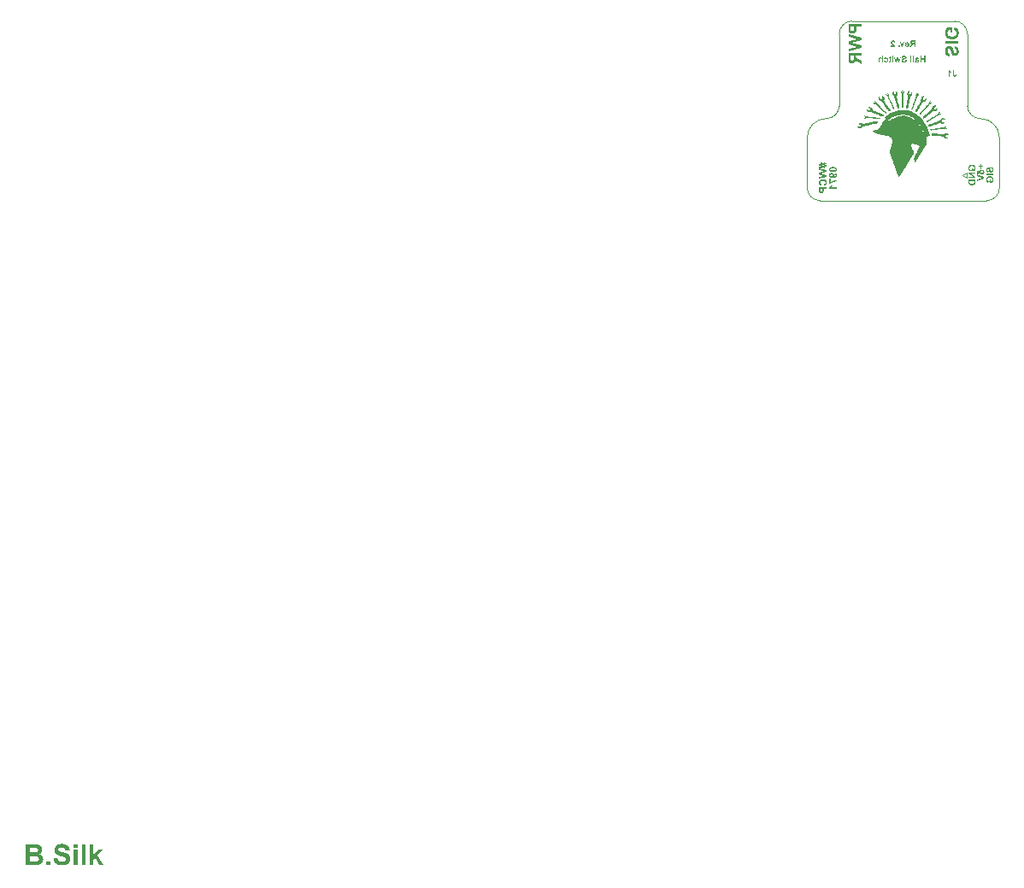
<source format=gbr>
%TF.GenerationSoftware,KiCad,Pcbnew,8.0.2-1*%
%TF.CreationDate,2024-10-12T14:09:28-07:00*%
%TF.ProjectId,HallSwitch,48616c6c-5377-4697-9463-682e6b696361,R2*%
%TF.SameCoordinates,Original*%
%TF.FileFunction,Legend,Bot*%
%TF.FilePolarity,Positive*%
%FSLAX46Y46*%
G04 Gerber Fmt 4.6, Leading zero omitted, Abs format (unit mm)*
G04 Created by KiCad (PCBNEW 8.0.2-1) date 2024-10-12 14:09:28*
%MOMM*%
%LPD*%
G01*
G04 APERTURE LIST*
%ADD10C,0.100000*%
%ADD11C,0.146050*%
%ADD12C,0.127000*%
%ADD13C,0.254000*%
%ADD14C,0.300000*%
%ADD15C,0.171450*%
%ADD16C,0.203200*%
%ADD17C,0.158750*%
%ADD18C,0.000000*%
%TA.AperFunction,Profile*%
%ADD19C,0.050000*%
%TD*%
G04 APERTURE END LIST*
D10*
X146065900Y-115173100D02*
X146446900Y-114919100D01*
X146446900Y-114919100D02*
X146446900Y-115427100D01*
X146446900Y-115427100D02*
X146065900Y-115173100D01*
D11*
G36*
X142376199Y-104016150D02*
G01*
X142376199Y-103370958D01*
X142247160Y-103370958D01*
X142247160Y-103629034D01*
X141994047Y-103629034D01*
X141994047Y-103370958D01*
X141865008Y-103370958D01*
X141865008Y-104016150D01*
X141994047Y-104016150D01*
X141994047Y-103738221D01*
X142247160Y-103738221D01*
X142247160Y-104016150D01*
X142376199Y-104016150D01*
G37*
G36*
X141566085Y-103539824D02*
G01*
X141597335Y-103541678D01*
X141629852Y-103546652D01*
X141661816Y-103556045D01*
X141691148Y-103571339D01*
X141707356Y-103584404D01*
X141728111Y-103608498D01*
X141744597Y-103637991D01*
X141755667Y-103668738D01*
X141644464Y-103688591D01*
X141634991Y-103666511D01*
X141614841Y-103642217D01*
X141595961Y-103633206D01*
X141563660Y-103629034D01*
X141560666Y-103629049D01*
X141527257Y-103631973D01*
X141497900Y-103644389D01*
X141484756Y-103664939D01*
X141480375Y-103695880D01*
X141480375Y-103708443D01*
X141500265Y-103715645D01*
X141530522Y-103724095D01*
X141564419Y-103731915D01*
X141599487Y-103738996D01*
X141603442Y-103739776D01*
X141636404Y-103747160D01*
X141667474Y-103756141D01*
X141697041Y-103767999D01*
X141705259Y-103772378D01*
X141730318Y-103791330D01*
X141749618Y-103815923D01*
X141755024Y-103825877D01*
X141765287Y-103856004D01*
X141768385Y-103886956D01*
X141767740Y-103901712D01*
X141761576Y-103932520D01*
X141747072Y-103962866D01*
X141727129Y-103986682D01*
X141710596Y-104000069D01*
X141681808Y-104014958D01*
X141648235Y-104023613D01*
X141614376Y-104026076D01*
X141599312Y-104025525D01*
X141567872Y-104020553D01*
X141538070Y-104010411D01*
X141522603Y-104002801D01*
X141494983Y-103984651D01*
X141470759Y-103963262D01*
X141466416Y-103978307D01*
X141464288Y-103985855D01*
X141454629Y-104016150D01*
X141333500Y-104016150D01*
X141334499Y-104014070D01*
X141347071Y-103983851D01*
X141355524Y-103953647D01*
X141359115Y-103927242D01*
X141360951Y-103895067D01*
X141361417Y-103863072D01*
X141361008Y-103820886D01*
X141480375Y-103820886D01*
X141480943Y-103846486D01*
X141485183Y-103877650D01*
X141492554Y-103893674D01*
X141514340Y-103916114D01*
X141516224Y-103917383D01*
X141545204Y-103931584D01*
X141577619Y-103936741D01*
X141598375Y-103934255D01*
X141626473Y-103919061D01*
X141636615Y-103907262D01*
X141645705Y-103876720D01*
X141642324Y-103859330D01*
X141621665Y-103835775D01*
X141615907Y-103832665D01*
X141585877Y-103822613D01*
X141554975Y-103815613D01*
X141542647Y-103813061D01*
X141510812Y-103805958D01*
X141480375Y-103797777D01*
X141480375Y-103820886D01*
X141361008Y-103820886D01*
X141360021Y-103719144D01*
X141360166Y-103704524D01*
X141361964Y-103669867D01*
X141366443Y-103638410D01*
X141376461Y-103608872D01*
X141383408Y-103597960D01*
X141406147Y-103575381D01*
X141432916Y-103559242D01*
X141455550Y-103550692D01*
X141487293Y-103543994D01*
X141521092Y-103540635D01*
X141554975Y-103539700D01*
X141566085Y-103539824D01*
G37*
G36*
X141241685Y-104016150D02*
G01*
X141241685Y-103370958D01*
X141119005Y-103370958D01*
X141119005Y-104016150D01*
X141241685Y-104016150D01*
G37*
G36*
X140994775Y-104016150D02*
G01*
X140994775Y-103370958D01*
X140872095Y-103370958D01*
X140872095Y-104016150D01*
X140994775Y-104016150D01*
G37*
G36*
X140532749Y-103807703D02*
G01*
X140407123Y-103797777D01*
X140398914Y-103829748D01*
X140385476Y-103859228D01*
X140365447Y-103884309D01*
X140361215Y-103888042D01*
X140334471Y-103904466D01*
X140302010Y-103914072D01*
X140267538Y-103916889D01*
X140234896Y-103914840D01*
X140204326Y-103907758D01*
X140175558Y-103892582D01*
X140173551Y-103890988D01*
X140151922Y-103866527D01*
X140142190Y-103836629D01*
X140141912Y-103830192D01*
X140150053Y-103799366D01*
X140155250Y-103792193D01*
X140181239Y-103773370D01*
X140201623Y-103764897D01*
X140232645Y-103755406D01*
X140264282Y-103746734D01*
X140295216Y-103738598D01*
X140305071Y-103736049D01*
X140335984Y-103727481D01*
X140369092Y-103716460D01*
X140397849Y-103704632D01*
X140425899Y-103689812D01*
X140450704Y-103671530D01*
X140473668Y-103647068D01*
X140490992Y-103620364D01*
X140502676Y-103591419D01*
X140508719Y-103560233D01*
X140509640Y-103541406D01*
X140506378Y-103508250D01*
X140496591Y-103476597D01*
X140482033Y-103449125D01*
X140462304Y-103424192D01*
X140437819Y-103403287D01*
X140408579Y-103386412D01*
X140402160Y-103383520D01*
X140371067Y-103372649D01*
X140340586Y-103365973D01*
X140307430Y-103362108D01*
X140276223Y-103361032D01*
X140240067Y-103362353D01*
X140206819Y-103366317D01*
X140176478Y-103372925D01*
X140143908Y-103384342D01*
X140115526Y-103399566D01*
X140095073Y-103415159D01*
X140071175Y-103440570D01*
X140052813Y-103469438D01*
X140039988Y-103501765D01*
X140033401Y-103532227D01*
X140031019Y-103559552D01*
X140160213Y-103559552D01*
X140169060Y-103527615D01*
X140186164Y-103499892D01*
X140195729Y-103491156D01*
X140224839Y-103476843D01*
X140258106Y-103470954D01*
X140277619Y-103470218D01*
X140310346Y-103472429D01*
X140340888Y-103479970D01*
X140365713Y-103492862D01*
X140384566Y-103518947D01*
X140386185Y-103531945D01*
X140375367Y-103561636D01*
X140366953Y-103569943D01*
X140338855Y-103585480D01*
X140309193Y-103596297D01*
X140276066Y-103606065D01*
X140248306Y-103613215D01*
X140214673Y-103621855D01*
X140184497Y-103630561D01*
X140153661Y-103640801D01*
X140124181Y-103652612D01*
X140108877Y-103660053D01*
X140082592Y-103676693D01*
X140058123Y-103698949D01*
X140038309Y-103725348D01*
X140023739Y-103756108D01*
X140015742Y-103788048D01*
X140012818Y-103820031D01*
X140012718Y-103827555D01*
X140015702Y-103861382D01*
X140024653Y-103893846D01*
X140039572Y-103924946D01*
X140043272Y-103931003D01*
X140062458Y-103956172D01*
X140085643Y-103977415D01*
X140112828Y-103994732D01*
X140129659Y-104002656D01*
X140159292Y-104012902D01*
X140192356Y-104020221D01*
X140224102Y-104024223D01*
X140258475Y-104025984D01*
X140268779Y-104026076D01*
X140305305Y-104024716D01*
X140339083Y-104020638D01*
X140370112Y-104013841D01*
X140403717Y-104002097D01*
X140433365Y-103986437D01*
X140455047Y-103970397D01*
X140477578Y-103947665D01*
X140496435Y-103921346D01*
X140511617Y-103891439D01*
X140523123Y-103857944D01*
X140529905Y-103827291D01*
X140532749Y-103807703D01*
G37*
G36*
X139822107Y-104016150D02*
G01*
X139968671Y-103549626D01*
X139849559Y-103549626D01*
X139762706Y-103855317D01*
X139682833Y-103549626D01*
X139564651Y-103549626D01*
X139487414Y-103855317D01*
X139399010Y-103549626D01*
X139278037Y-103549626D01*
X139426927Y-104016150D01*
X139544644Y-104016150D01*
X139624517Y-103716042D01*
X139702995Y-104016150D01*
X139822107Y-104016150D01*
G37*
G36*
X139217395Y-103480144D02*
G01*
X139217395Y-103370958D01*
X139094715Y-103370958D01*
X139094715Y-103480144D01*
X139217395Y-103480144D01*
G37*
G36*
X139217395Y-104016150D02*
G01*
X139217395Y-103549626D01*
X139094715Y-103549626D01*
X139094715Y-104016150D01*
X139217395Y-104016150D01*
G37*
G36*
X138758006Y-103549626D02*
G01*
X138758006Y-103638960D01*
X138841757Y-103638960D01*
X138841757Y-103841513D01*
X138841530Y-103874983D01*
X138840337Y-103906387D01*
X138839430Y-103913322D01*
X138828419Y-103930227D01*
X138807791Y-103936741D01*
X138777149Y-103931170D01*
X138758471Y-103924954D01*
X138747925Y-104009946D01*
X138778673Y-104019129D01*
X138812061Y-104024500D01*
X138844704Y-104026076D01*
X138876265Y-104023206D01*
X138904570Y-104014599D01*
X138932269Y-103997647D01*
X138943654Y-103984976D01*
X138956666Y-103955615D01*
X138960869Y-103935811D01*
X138963777Y-103902582D01*
X138964610Y-103870433D01*
X138964747Y-103846942D01*
X138964747Y-103638960D01*
X139021046Y-103638960D01*
X139021046Y-103549626D01*
X138964747Y-103549626D01*
X138964747Y-103460292D01*
X138841757Y-103390810D01*
X138841757Y-103549626D01*
X138758006Y-103549626D01*
G37*
G36*
X138270545Y-103678665D02*
G01*
X138391363Y-103698517D01*
X138401328Y-103668234D01*
X138419125Y-103646560D01*
X138447451Y-103632389D01*
X138475114Y-103629034D01*
X138506833Y-103633789D01*
X138535338Y-103649671D01*
X138548164Y-103662845D01*
X138563704Y-103691459D01*
X138571622Y-103722859D01*
X138575034Y-103756805D01*
X138575460Y-103775909D01*
X138574490Y-103807128D01*
X138570904Y-103838961D01*
X138563571Y-103869289D01*
X138549552Y-103898121D01*
X138547853Y-103900449D01*
X138524371Y-103922565D01*
X138495567Y-103934473D01*
X138473408Y-103936741D01*
X138441691Y-103931739D01*
X138416333Y-103916734D01*
X138398292Y-103891459D01*
X138388031Y-103862063D01*
X138384849Y-103847407D01*
X138264496Y-103867259D01*
X138274354Y-103899820D01*
X138287507Y-103928701D01*
X138306574Y-103957199D01*
X138329945Y-103980890D01*
X138336460Y-103986061D01*
X138365327Y-104003567D01*
X138394307Y-104014782D01*
X138426760Y-104022168D01*
X138462686Y-104025724D01*
X138479147Y-104026076D01*
X138515797Y-104023813D01*
X138549557Y-104017024D01*
X138580427Y-104005710D01*
X138608408Y-103989871D01*
X138633499Y-103969506D01*
X138641220Y-103961711D01*
X138661723Y-103935783D01*
X138677985Y-103906386D01*
X138690004Y-103873522D01*
X138697781Y-103837190D01*
X138701021Y-103804264D01*
X138701552Y-103783353D01*
X138700071Y-103748588D01*
X138695630Y-103716314D01*
X138686391Y-103680875D01*
X138672889Y-103649023D01*
X138655123Y-103620759D01*
X138640910Y-103603909D01*
X138616664Y-103582088D01*
X138589409Y-103564782D01*
X138559144Y-103551990D01*
X138525869Y-103543713D01*
X138489584Y-103539951D01*
X138476820Y-103539700D01*
X138441495Y-103541348D01*
X138409480Y-103546290D01*
X138376944Y-103555974D01*
X138348731Y-103569962D01*
X138342353Y-103574131D01*
X138316483Y-103596257D01*
X138297215Y-103620704D01*
X138281456Y-103649649D01*
X138270545Y-103678665D01*
G37*
G36*
X138057911Y-103370958D02*
G01*
X138057911Y-103605770D01*
X138034876Y-103583317D01*
X138005934Y-103562992D01*
X137974766Y-103548991D01*
X137941371Y-103541313D01*
X137916155Y-103539700D01*
X137883135Y-103542311D01*
X137852880Y-103550144D01*
X137839848Y-103555520D01*
X137811686Y-103572259D01*
X137789759Y-103594321D01*
X137788667Y-103595844D01*
X137773440Y-103623413D01*
X137765093Y-103650282D01*
X137760746Y-103682661D01*
X137759038Y-103716974D01*
X137758734Y-103742874D01*
X137758734Y-104016150D01*
X137881258Y-104016150D01*
X137881258Y-103766758D01*
X137881695Y-103733073D01*
X137883467Y-103700483D01*
X137888238Y-103672616D01*
X137905674Y-103646372D01*
X137912898Y-103640822D01*
X137942881Y-103629967D01*
X137957099Y-103629034D01*
X137989411Y-103633843D01*
X138011693Y-103644234D01*
X138034664Y-103666016D01*
X138046899Y-103689676D01*
X138054427Y-103721856D01*
X138057384Y-103754970D01*
X138057911Y-103779631D01*
X138057911Y-104016150D01*
X138180435Y-104016150D01*
X138180435Y-103370958D01*
X138057911Y-103370958D01*
G37*
G36*
X133238459Y-114387150D02*
G01*
X133278038Y-114388153D01*
X133327111Y-114391363D01*
X133371956Y-114396714D01*
X133412572Y-114404205D01*
X133457396Y-114416579D01*
X133495614Y-114432297D01*
X133532754Y-114455572D01*
X133543212Y-114464326D01*
X133570535Y-114492621D01*
X133591787Y-114523964D01*
X133606967Y-114558356D01*
X133616075Y-114595798D01*
X133619111Y-114636288D01*
X133617189Y-114669873D01*
X133609808Y-114707020D01*
X133594201Y-114746008D01*
X133571060Y-114780312D01*
X133540385Y-114809932D01*
X133507492Y-114831646D01*
X133468601Y-114849681D01*
X133433169Y-114861458D01*
X133393899Y-114870880D01*
X133350791Y-114877947D01*
X133303844Y-114882658D01*
X133266115Y-114884645D01*
X133226226Y-114885307D01*
X133199353Y-114885015D01*
X133160865Y-114883481D01*
X133112946Y-114879389D01*
X133068913Y-114872960D01*
X133028765Y-114864192D01*
X132984044Y-114849945D01*
X132945392Y-114832044D01*
X132912812Y-114810490D01*
X132885678Y-114785199D01*
X132861117Y-114751393D01*
X132844197Y-114712955D01*
X132835776Y-114676323D01*
X132832969Y-114636288D01*
X132963993Y-114636288D01*
X132965028Y-114649223D01*
X132980557Y-114683561D01*
X133009497Y-114704715D01*
X133046255Y-114717992D01*
X133067496Y-114722609D01*
X133104794Y-114727279D01*
X133145846Y-114729973D01*
X133187285Y-114731246D01*
X133226226Y-114731578D01*
X133257836Y-114731340D01*
X133300780Y-114730088D01*
X133338359Y-114727763D01*
X133375420Y-114723694D01*
X133412339Y-114716317D01*
X133440640Y-114706441D01*
X133471523Y-114683933D01*
X133478770Y-114673069D01*
X133488087Y-114636288D01*
X133487075Y-114623342D01*
X133471895Y-114588829D01*
X133443165Y-114567826D01*
X133406570Y-114554585D01*
X133385259Y-114549967D01*
X133347868Y-114545297D01*
X133306734Y-114542604D01*
X133265225Y-114541330D01*
X133226226Y-114540998D01*
X133194651Y-114541237D01*
X133151715Y-114542489D01*
X133114093Y-114544814D01*
X133076915Y-114548882D01*
X133039741Y-114556260D01*
X133011440Y-114566135D01*
X132980557Y-114588643D01*
X132973310Y-114599508D01*
X132963993Y-114636288D01*
X132832969Y-114636288D01*
X132834891Y-114602650D01*
X132842272Y-114565450D01*
X132857879Y-114526418D01*
X132881020Y-114492087D01*
X132911695Y-114462459D01*
X132944561Y-114440744D01*
X132983370Y-114422710D01*
X133018697Y-114410932D01*
X133057827Y-114401510D01*
X133100761Y-114394444D01*
X133147499Y-114389733D01*
X133185048Y-114387745D01*
X133224737Y-114387083D01*
X133238459Y-114387150D01*
G37*
G36*
X133120212Y-114971035D02*
G01*
X133157412Y-114977194D01*
X133197172Y-114990218D01*
X133233014Y-115009529D01*
X133264938Y-115035128D01*
X133280946Y-115051943D01*
X133303825Y-115083243D01*
X133320167Y-115116930D01*
X133329973Y-115153003D01*
X133333241Y-115191463D01*
X133329216Y-115231327D01*
X133317142Y-115267723D01*
X133297019Y-115300654D01*
X133268846Y-115330118D01*
X133285173Y-115328911D01*
X133329914Y-115324209D01*
X133368296Y-115317884D01*
X133409578Y-115306926D01*
X133445281Y-115289173D01*
X133457613Y-115278891D01*
X133479894Y-115249012D01*
X133488087Y-115211750D01*
X133485208Y-115186659D01*
X133467615Y-115153683D01*
X133441652Y-115135909D01*
X133404709Y-115126510D01*
X133419970Y-114984134D01*
X133432199Y-114986243D01*
X133471957Y-114996078D01*
X133506978Y-115009724D01*
X133541199Y-115029987D01*
X133569232Y-115055229D01*
X133593344Y-115089164D01*
X133608151Y-115123927D01*
X133616724Y-115163016D01*
X133619111Y-115200769D01*
X133618746Y-115216219D01*
X133613271Y-115260360D01*
X133601228Y-115301191D01*
X133582615Y-115338711D01*
X133557433Y-115372920D01*
X133525682Y-115403818D01*
X133507132Y-115417755D01*
X133471628Y-115437935D01*
X133430389Y-115454308D01*
X133393270Y-115464665D01*
X133352481Y-115472585D01*
X133308022Y-115478068D01*
X133259892Y-115481114D01*
X133221387Y-115481800D01*
X133208543Y-115481727D01*
X133159450Y-115479973D01*
X133114009Y-115475882D01*
X133072221Y-115469452D01*
X133034085Y-115460684D01*
X132991552Y-115446437D01*
X132954726Y-115428536D01*
X132923606Y-115406982D01*
X132912631Y-115397467D01*
X132883953Y-115366956D01*
X132861647Y-115333502D01*
X132845715Y-115297103D01*
X132836156Y-115257760D01*
X132832969Y-115215472D01*
X132833330Y-115208586D01*
X132963993Y-115208586D01*
X132964286Y-115216555D01*
X132974534Y-115253654D01*
X132997307Y-115284148D01*
X133015558Y-115298478D01*
X133052410Y-115313033D01*
X133090550Y-115316904D01*
X133103863Y-115316450D01*
X133141426Y-115308710D01*
X133173928Y-115287870D01*
X133175669Y-115286042D01*
X133196002Y-115253240D01*
X133202218Y-115216403D01*
X133202103Y-115210969D01*
X133193918Y-115173832D01*
X133172812Y-115143074D01*
X133156015Y-115130290D01*
X133119789Y-115117307D01*
X133080500Y-115113854D01*
X133061982Y-115114513D01*
X133024473Y-115121471D01*
X132991351Y-115140841D01*
X132970832Y-115171270D01*
X132963993Y-115208586D01*
X132833330Y-115208586D01*
X132834678Y-115182840D01*
X132841238Y-115146130D01*
X132855111Y-115106674D01*
X132875681Y-115070853D01*
X132902948Y-115038665D01*
X132930684Y-115015136D01*
X132966995Y-114993838D01*
X133007564Y-114979167D01*
X133045725Y-114971865D01*
X133087014Y-114969431D01*
X133120212Y-114971035D01*
G37*
G36*
X132987815Y-115574298D02*
G01*
X132844880Y-115574298D01*
X132844880Y-116077362D01*
X132952082Y-116077362D01*
X132981688Y-116049986D01*
X133011162Y-116026366D01*
X133044419Y-116002602D01*
X133081456Y-115978693D01*
X133115210Y-115958660D01*
X133129447Y-115950619D01*
X133165866Y-115931240D01*
X133203002Y-115913352D01*
X133240856Y-115896955D01*
X133279428Y-115882048D01*
X133318718Y-115868631D01*
X133358726Y-115856704D01*
X133374930Y-115852351D01*
X133414854Y-115842660D01*
X133453432Y-115834641D01*
X133490666Y-115828294D01*
X133533571Y-115822885D01*
X133574539Y-115819884D01*
X133607200Y-115819223D01*
X133607200Y-115677405D01*
X133567368Y-115679245D01*
X133527345Y-115682907D01*
X133487130Y-115688388D01*
X133446724Y-115695690D01*
X133406125Y-115704813D01*
X133365334Y-115715756D01*
X133324351Y-115728519D01*
X133283177Y-115743103D01*
X133242409Y-115759248D01*
X133202741Y-115776696D01*
X133164172Y-115795447D01*
X133126702Y-115815501D01*
X133090332Y-115836857D01*
X133055060Y-115859516D01*
X133020888Y-115883478D01*
X132987815Y-115908743D01*
X132987815Y-115574298D01*
G37*
G36*
X133607200Y-116543947D02*
G01*
X133607200Y-116396918D01*
X133046999Y-116396918D01*
X133075810Y-116365683D01*
X133101664Y-116332421D01*
X133124560Y-116297130D01*
X133144499Y-116259811D01*
X133161481Y-116220463D01*
X133166484Y-116206896D01*
X133023549Y-116206896D01*
X133008798Y-116243821D01*
X132989990Y-116278731D01*
X132968872Y-116311097D01*
X132953570Y-116331964D01*
X132926631Y-116363092D01*
X132897550Y-116388915D01*
X132866330Y-116409434D01*
X132832969Y-116424649D01*
X132832969Y-116543947D01*
X133607200Y-116543947D01*
G37*
D12*
G36*
X141409165Y-102492150D02*
G01*
X141280126Y-102492150D01*
X141280126Y-102224147D01*
X141253915Y-102224147D01*
X141251157Y-102224154D01*
X141219569Y-102225512D01*
X141188931Y-102231281D01*
X141175113Y-102237615D01*
X141150157Y-102257647D01*
X141139039Y-102270588D01*
X141119607Y-102296333D01*
X141099634Y-102324584D01*
X141082071Y-102350238D01*
X140988704Y-102492150D01*
X140834231Y-102492150D01*
X140912398Y-102366523D01*
X140929065Y-102339929D01*
X140946827Y-102312983D01*
X140964910Y-102287567D01*
X140985913Y-102261990D01*
X141002345Y-102245794D01*
X141027881Y-102225384D01*
X141054930Y-102207862D01*
X141044567Y-102206175D01*
X141010883Y-102198122D01*
X140981221Y-102186730D01*
X140952248Y-102169621D01*
X140928528Y-102148151D01*
X140910004Y-102122909D01*
X140896772Y-102094488D01*
X140888833Y-102062888D01*
X140886624Y-102033846D01*
X141019258Y-102033846D01*
X141020545Y-102050564D01*
X141032441Y-102080840D01*
X141041568Y-102091493D01*
X141068578Y-102107361D01*
X141087097Y-102111034D01*
X141120624Y-102113706D01*
X141152204Y-102114693D01*
X141184588Y-102114960D01*
X141280126Y-102114960D01*
X141280126Y-101956144D01*
X141179315Y-101956144D01*
X141147987Y-101956248D01*
X141116541Y-101956687D01*
X141085173Y-101958315D01*
X141061947Y-101964829D01*
X141036473Y-101982820D01*
X141024705Y-102002129D01*
X141019258Y-102033846D01*
X140886624Y-102033846D01*
X140886187Y-102028108D01*
X140886296Y-102020985D01*
X140890113Y-101986879D01*
X140899382Y-101955288D01*
X140914104Y-101926211D01*
X140933370Y-101901041D01*
X140958760Y-101879478D01*
X140988549Y-101864328D01*
X141004412Y-101859324D01*
X141035493Y-101853081D01*
X141068447Y-101849400D01*
X141100970Y-101847568D01*
X141137440Y-101846958D01*
X141409165Y-101846958D01*
X141409165Y-102492150D01*
G37*
G36*
X140603674Y-102015956D02*
G01*
X140636350Y-102019800D01*
X140666778Y-102028257D01*
X140694961Y-102041327D01*
X140720897Y-102059010D01*
X140744586Y-102081305D01*
X140758690Y-102098453D01*
X140776320Y-102127118D01*
X140789718Y-102159317D01*
X140798886Y-102195050D01*
X140803293Y-102227525D01*
X140804763Y-102262455D01*
X140803154Y-102297580D01*
X140798329Y-102330372D01*
X140790286Y-102360830D01*
X140776837Y-102393414D01*
X140759010Y-102422822D01*
X140739346Y-102445654D01*
X140711691Y-102467944D01*
X140679608Y-102484662D01*
X140649490Y-102494336D01*
X140616298Y-102500141D01*
X140580031Y-102502076D01*
X140547872Y-102500502D01*
X140514117Y-102494851D01*
X140483561Y-102485090D01*
X140453009Y-102469196D01*
X140434892Y-102455750D01*
X140411315Y-102431614D01*
X140392057Y-102402718D01*
X140378564Y-102373037D01*
X140500778Y-102353185D01*
X140509691Y-102374261D01*
X140530556Y-102398628D01*
X140547944Y-102407766D01*
X140578790Y-102412741D01*
X140594177Y-102411640D01*
X140624149Y-102401697D01*
X140649513Y-102381412D01*
X140665819Y-102356905D01*
X140675710Y-102326459D01*
X140679136Y-102293629D01*
X140372050Y-102293629D01*
X140371946Y-102284879D01*
X140372752Y-102251300D01*
X140376342Y-102214221D01*
X140493799Y-102214221D01*
X140676965Y-102214221D01*
X140675892Y-102193170D01*
X140668113Y-102161745D01*
X140651219Y-102134347D01*
X140644451Y-102127477D01*
X140617365Y-102110645D01*
X140584994Y-102105034D01*
X140578056Y-102105280D01*
X140546352Y-102113867D01*
X140521250Y-102132951D01*
X140507307Y-102152817D01*
X140497013Y-102183293D01*
X140493799Y-102214221D01*
X140376342Y-102214221D01*
X140376506Y-102212523D01*
X140383312Y-102177297D01*
X140393169Y-102145623D01*
X140409027Y-102112303D01*
X140429280Y-102084097D01*
X140440858Y-102071873D01*
X140466314Y-102051034D01*
X140494835Y-102035003D01*
X140526420Y-102023782D01*
X140561069Y-102017370D01*
X140592284Y-102015700D01*
X140603674Y-102015956D01*
G37*
G36*
X140147163Y-102492150D02*
G01*
X140333897Y-102025626D01*
X140205168Y-102025626D01*
X140118005Y-102263696D01*
X140092725Y-102343259D01*
X140083032Y-102313452D01*
X140080007Y-102303245D01*
X140070411Y-102273612D01*
X140066979Y-102263696D01*
X139978886Y-102025626D01*
X139852794Y-102025626D01*
X140036891Y-102492150D01*
X140147163Y-102492150D01*
G37*
G36*
X139846591Y-102492150D02*
G01*
X139846591Y-102373037D01*
X139723911Y-102373037D01*
X139723911Y-102492150D01*
X139846591Y-102492150D01*
G37*
G36*
X138964880Y-102373037D02*
G01*
X138964880Y-102492150D01*
X139394646Y-102492150D01*
X139389412Y-102460549D01*
X139380688Y-102429802D01*
X139368474Y-102399907D01*
X139352771Y-102370866D01*
X139334246Y-102343971D01*
X139313181Y-102318072D01*
X139291969Y-102294481D01*
X139267434Y-102269066D01*
X139239574Y-102241825D01*
X139214892Y-102218718D01*
X139190530Y-102195984D01*
X139165433Y-102171891D01*
X139141861Y-102148179D01*
X139120582Y-102124650D01*
X139113150Y-102114960D01*
X139097745Y-102086825D01*
X139089079Y-102056641D01*
X139087870Y-102040515D01*
X139092085Y-102008552D01*
X139107226Y-101980819D01*
X139109893Y-101978012D01*
X139138020Y-101960949D01*
X139170690Y-101956144D01*
X139203273Y-101961188D01*
X139230366Y-101977686D01*
X139231797Y-101979098D01*
X139248834Y-102007297D01*
X139256428Y-102039474D01*
X139258008Y-102055404D01*
X139380222Y-102043307D01*
X139375690Y-102011945D01*
X139367242Y-101978139D01*
X139355512Y-101948510D01*
X139337678Y-101919222D01*
X139315376Y-101895618D01*
X139311826Y-101892710D01*
X139285211Y-101874883D01*
X139255851Y-101861434D01*
X139223744Y-101852364D01*
X139188892Y-101847672D01*
X139167743Y-101846958D01*
X139133689Y-101848746D01*
X139102480Y-101854111D01*
X139069668Y-101864892D01*
X139040729Y-101880540D01*
X139019008Y-101897828D01*
X138997917Y-101921212D01*
X138980156Y-101950861D01*
X138969162Y-101983632D01*
X138965091Y-102014867D01*
X138964880Y-102024230D01*
X138967061Y-102055884D01*
X138973604Y-102086404D01*
X138980389Y-102106120D01*
X138994551Y-102135745D01*
X139011978Y-102163860D01*
X139029399Y-102187544D01*
X139051166Y-102212204D01*
X139074075Y-102235280D01*
X139099176Y-102259087D01*
X139109738Y-102268814D01*
X139133082Y-102290260D01*
X139157119Y-102312861D01*
X139179971Y-102335630D01*
X139183253Y-102339227D01*
X139202503Y-102363716D01*
X139208378Y-102373037D01*
X138964880Y-102373037D01*
G37*
D13*
G36*
X144790293Y-103424580D02*
G01*
X144810145Y-103173328D01*
X144746203Y-103156910D01*
X144687243Y-103130035D01*
X144637081Y-103089977D01*
X144629615Y-103081512D01*
X144596767Y-103028025D01*
X144577554Y-102963102D01*
X144571920Y-102894158D01*
X144576018Y-102828875D01*
X144590182Y-102767734D01*
X144620535Y-102710199D01*
X144623722Y-102706184D01*
X144672644Y-102662927D01*
X144732440Y-102643462D01*
X144745315Y-102642906D01*
X144806967Y-102659187D01*
X144821312Y-102669582D01*
X144858958Y-102721560D01*
X144875905Y-102762328D01*
X144894887Y-102824372D01*
X144912231Y-102887646D01*
X144928503Y-102949513D01*
X144933600Y-102969224D01*
X144950736Y-103031051D01*
X144972779Y-103097266D01*
X144996435Y-103154780D01*
X145026075Y-103210880D01*
X145062638Y-103260491D01*
X145111563Y-103306419D01*
X145164970Y-103341067D01*
X145222860Y-103364434D01*
X145285232Y-103376520D01*
X145322886Y-103378362D01*
X145389198Y-103371838D01*
X145452505Y-103352265D01*
X145507448Y-103323149D01*
X145557315Y-103283691D01*
X145599124Y-103234721D01*
X145632875Y-103176239D01*
X145638658Y-103163402D01*
X145660400Y-103101216D01*
X145673753Y-103040254D01*
X145681483Y-102973941D01*
X145683635Y-102911529D01*
X145680992Y-102839216D01*
X145673064Y-102772719D01*
X145659849Y-102712039D01*
X145637014Y-102646899D01*
X145606567Y-102590135D01*
X145575380Y-102549229D01*
X145524559Y-102501432D01*
X145466822Y-102464708D01*
X145402168Y-102439057D01*
X145341245Y-102425884D01*
X145286594Y-102421121D01*
X145286594Y-102679508D01*
X145350469Y-102697203D01*
X145405914Y-102731410D01*
X145423387Y-102750541D01*
X145452013Y-102808759D01*
X145463791Y-102875295D01*
X145465263Y-102914320D01*
X145460840Y-102979775D01*
X145445759Y-103040859D01*
X145419975Y-103090507D01*
X145367805Y-103128213D01*
X145341808Y-103131452D01*
X145282426Y-103109817D01*
X145265812Y-103092989D01*
X145234739Y-103036791D01*
X145213104Y-102977468D01*
X145193568Y-102911215D01*
X145179269Y-102855695D01*
X145161988Y-102788429D01*
X145144576Y-102728076D01*
X145124097Y-102666404D01*
X145100474Y-102607444D01*
X145085592Y-102576835D01*
X145052313Y-102524267D01*
X145007800Y-102475328D01*
X144955003Y-102435700D01*
X144893482Y-102406560D01*
X144829603Y-102390566D01*
X144765636Y-102384718D01*
X144750589Y-102384519D01*
X144682935Y-102390486D01*
X144618007Y-102408389D01*
X144555806Y-102438226D01*
X144543693Y-102445626D01*
X144493355Y-102483998D01*
X144450869Y-102530369D01*
X144416235Y-102584739D01*
X144400386Y-102618401D01*
X144379894Y-102677666D01*
X144365257Y-102743794D01*
X144357252Y-102807286D01*
X144353730Y-102876033D01*
X144353547Y-102896640D01*
X144356266Y-102969693D01*
X144364422Y-103037248D01*
X144378016Y-103099306D01*
X144401505Y-103166517D01*
X144432825Y-103225812D01*
X144464905Y-103269176D01*
X144510368Y-103314239D01*
X144563007Y-103351953D01*
X144622821Y-103382316D01*
X144689811Y-103405329D01*
X144751117Y-103418892D01*
X144790293Y-103424580D01*
G37*
G36*
X144373400Y-102181966D02*
G01*
X145663783Y-102181966D01*
X145663783Y-101923889D01*
X144373400Y-101923889D01*
X144373400Y-102181966D01*
G37*
G36*
X144849849Y-101085449D02*
G01*
X145068222Y-101085449D01*
X145068222Y-100528661D01*
X144549587Y-100528661D01*
X144507264Y-100580117D01*
X144472116Y-100635495D01*
X144443269Y-100691394D01*
X144416204Y-100754239D01*
X144412483Y-100763784D01*
X144389519Y-100831288D01*
X144372195Y-100899178D01*
X144360512Y-100967453D01*
X144354468Y-101036115D01*
X144353547Y-101075523D01*
X144356525Y-101148973D01*
X144365456Y-101218801D01*
X144380341Y-101285010D01*
X144401181Y-101347597D01*
X144427974Y-101406565D01*
X144438229Y-101425416D01*
X144472536Y-101478760D01*
X144511947Y-101526891D01*
X144564377Y-101576456D01*
X144614845Y-101613294D01*
X144670418Y-101644918D01*
X144680176Y-101649682D01*
X144740237Y-101675193D01*
X144802240Y-101695425D01*
X144866183Y-101710380D01*
X144932068Y-101720056D01*
X144999894Y-101724455D01*
X145022934Y-101724748D01*
X145096729Y-101721803D01*
X145167361Y-101712970D01*
X145234830Y-101698248D01*
X145299137Y-101677638D01*
X145360282Y-101651139D01*
X145379961Y-101640997D01*
X145436024Y-101606864D01*
X145486961Y-101567279D01*
X145532774Y-101522241D01*
X145573460Y-101471750D01*
X145609022Y-101415807D01*
X145619737Y-101395948D01*
X145647692Y-101330634D01*
X145665601Y-101267346D01*
X145677395Y-101198328D01*
X145682637Y-101134609D01*
X145683635Y-101089792D01*
X145681061Y-101017899D01*
X145673336Y-100951110D01*
X145660462Y-100889425D01*
X145638216Y-100822141D01*
X145608554Y-100762207D01*
X145578171Y-100717876D01*
X145535787Y-100670984D01*
X145487732Y-100630810D01*
X145434006Y-100597353D01*
X145374610Y-100570614D01*
X145309543Y-100550593D01*
X145286594Y-100545411D01*
X145246890Y-100801937D01*
X145305941Y-100823469D01*
X145361311Y-100857929D01*
X145406637Y-100903679D01*
X145440015Y-100959259D01*
X145459538Y-101023635D01*
X145465263Y-101089792D01*
X145460053Y-101160564D01*
X145444423Y-101224685D01*
X145418374Y-101282157D01*
X145381904Y-101332980D01*
X145356387Y-101359036D01*
X145303828Y-101397954D01*
X145241146Y-101427313D01*
X145179361Y-101444871D01*
X145110139Y-101455405D01*
X145046773Y-101458819D01*
X145033480Y-101458916D01*
X144964179Y-101456448D01*
X144900511Y-101449041D01*
X144831548Y-101433636D01*
X144770698Y-101411121D01*
X144709960Y-101375866D01*
X144687310Y-101357795D01*
X144642349Y-101310420D01*
X144608430Y-101257049D01*
X144585555Y-101197681D01*
X144573723Y-101132317D01*
X144571920Y-101092274D01*
X144577295Y-101026392D01*
X144591799Y-100965396D01*
X144604490Y-100929735D01*
X144630880Y-100871778D01*
X144663900Y-100816277D01*
X144683588Y-100789530D01*
X144849849Y-100789530D01*
X144849849Y-101085449D01*
G37*
D14*
G36*
X54204108Y-181471043D02*
G01*
X54304213Y-181474626D01*
X54407622Y-181482768D01*
X54465647Y-181490890D01*
X54565460Y-181517339D01*
X54655583Y-181561078D01*
X54679553Y-181576750D01*
X54755984Y-181641998D01*
X54820255Y-181723966D01*
X54836384Y-181750456D01*
X54877194Y-181842786D01*
X54897199Y-181943963D01*
X54899415Y-181993643D01*
X54888527Y-182099728D01*
X54855864Y-182199112D01*
X54821992Y-182261646D01*
X54756178Y-182344629D01*
X54674869Y-182410444D01*
X54612056Y-182444781D01*
X54710433Y-182481575D01*
X54803625Y-182536731D01*
X54879854Y-182606911D01*
X54899415Y-182630895D01*
X54952544Y-182717602D01*
X54985996Y-182813324D01*
X54999770Y-182918061D01*
X55000164Y-182940090D01*
X54991021Y-183044011D01*
X54963593Y-183145838D01*
X54935148Y-183212560D01*
X54879757Y-183304104D01*
X54811104Y-183380713D01*
X54757969Y-183423488D01*
X54666448Y-183474157D01*
X54569556Y-183505644D01*
X54481033Y-183520763D01*
X54375578Y-183527331D01*
X54272563Y-183530534D01*
X54162035Y-183532674D01*
X54054254Y-183534031D01*
X53982746Y-183534660D01*
X53285939Y-183534660D01*
X53285939Y-183185263D01*
X53698862Y-183185263D01*
X54081510Y-183185263D01*
X54182973Y-183184488D01*
X54289157Y-183180889D01*
X54364898Y-183172856D01*
X54462271Y-183136610D01*
X54514781Y-183092455D01*
X54563265Y-183001031D01*
X54572848Y-182920735D01*
X54557102Y-182822680D01*
X54528181Y-182766881D01*
X54452457Y-182698464D01*
X54399143Y-182674569D01*
X54297910Y-182655610D01*
X54189535Y-182648147D01*
X54083585Y-182645545D01*
X54032376Y-182645287D01*
X53698862Y-182645287D01*
X53698862Y-183185263D01*
X53285939Y-183185263D01*
X53285939Y-182295891D01*
X53698862Y-182295891D01*
X53969842Y-182295891D01*
X54079028Y-182295457D01*
X54183407Y-182293693D01*
X54269608Y-182288943D01*
X54369568Y-182261646D01*
X54436366Y-182214994D01*
X54487336Y-182128856D01*
X54497411Y-182054192D01*
X54478864Y-181953219D01*
X54444803Y-181898850D01*
X54359695Y-181842628D01*
X54289460Y-181826390D01*
X54181166Y-181821403D01*
X54067614Y-181819876D01*
X53954108Y-181819448D01*
X53936094Y-181819442D01*
X53698862Y-181819442D01*
X53698862Y-182295891D01*
X53285939Y-182295891D01*
X53285939Y-181470045D01*
X54103844Y-181470045D01*
X54204108Y-181471043D01*
G37*
G36*
X55334175Y-183534660D02*
G01*
X55334175Y-183153500D01*
X55726749Y-183153500D01*
X55726749Y-183534660D01*
X55334175Y-183534660D01*
G37*
G36*
X56022545Y-182867630D02*
G01*
X56424549Y-182835867D01*
X56450817Y-182938174D01*
X56493817Y-183032510D01*
X56557911Y-183112768D01*
X56571454Y-183124714D01*
X56657033Y-183177271D01*
X56760910Y-183208012D01*
X56871221Y-183217027D01*
X56975674Y-183210470D01*
X57073499Y-183187807D01*
X57165555Y-183139243D01*
X57171979Y-183134144D01*
X57241190Y-183055868D01*
X57272335Y-182960194D01*
X57273225Y-182939594D01*
X57247174Y-182840952D01*
X57230543Y-182818000D01*
X57147378Y-182757766D01*
X57082149Y-182730651D01*
X56982879Y-182700280D01*
X56881640Y-182672529D01*
X56782652Y-182646493D01*
X56751116Y-182638339D01*
X56652192Y-182610921D01*
X56546247Y-182575653D01*
X56454226Y-182537802D01*
X56364466Y-182490379D01*
X56285088Y-182431878D01*
X56211603Y-182353598D01*
X56156166Y-182268147D01*
X56118779Y-182175523D01*
X56099441Y-182075727D01*
X56096494Y-182015481D01*
X56106933Y-181909381D01*
X56138249Y-181808091D01*
X56184836Y-181720181D01*
X56247969Y-181640395D01*
X56326320Y-181573501D01*
X56419891Y-181519499D01*
X56440431Y-181510246D01*
X56539929Y-181475459D01*
X56637467Y-181454094D01*
X56743567Y-181441726D01*
X56843428Y-181438282D01*
X56959128Y-181442511D01*
X57065523Y-181455197D01*
X57162612Y-181476341D01*
X57266835Y-181512877D01*
X57357658Y-181561592D01*
X57423108Y-181611491D01*
X57499582Y-181692804D01*
X57558340Y-181785183D01*
X57599382Y-181888630D01*
X57620459Y-181986106D01*
X57628080Y-182073548D01*
X57214661Y-182073548D01*
X57186349Y-181971349D01*
X57131618Y-181882637D01*
X57101008Y-181854679D01*
X57007859Y-181808878D01*
X56901402Y-181790034D01*
X56838961Y-181787678D01*
X56734234Y-181794755D01*
X56636499Y-181818884D01*
X56557062Y-181860138D01*
X56496732Y-181943610D01*
X56491550Y-181985206D01*
X56526167Y-182080217D01*
X56553091Y-182106800D01*
X56643007Y-182156516D01*
X56737925Y-182191133D01*
X56843929Y-182222389D01*
X56932762Y-182245268D01*
X57040388Y-182272918D01*
X57136951Y-182300777D01*
X57235627Y-182333543D01*
X57329963Y-182371340D01*
X57378937Y-182395151D01*
X57463046Y-182448397D01*
X57541348Y-182519619D01*
X57604754Y-182604094D01*
X57651377Y-182702527D01*
X57676967Y-182804734D01*
X57686324Y-182907080D01*
X57686644Y-182931157D01*
X57677096Y-183039403D01*
X57648452Y-183143287D01*
X57600712Y-183242809D01*
X57588872Y-183262190D01*
X57527477Y-183342730D01*
X57453283Y-183410708D01*
X57366291Y-183466123D01*
X57312433Y-183491481D01*
X57217608Y-183524268D01*
X57111803Y-183547687D01*
X57010215Y-183560495D01*
X56900221Y-183566130D01*
X56867250Y-183566423D01*
X56750365Y-183562073D01*
X56642276Y-183549023D01*
X56542984Y-183527274D01*
X56435446Y-183489690D01*
X56340575Y-183439579D01*
X56271192Y-183388251D01*
X56199091Y-183315509D01*
X56138749Y-183231287D01*
X56090168Y-183135585D01*
X56053347Y-183028401D01*
X56031646Y-182930311D01*
X56022545Y-182867630D01*
G37*
G36*
X58020158Y-181819442D02*
G01*
X58020158Y-181470045D01*
X58412733Y-181470045D01*
X58412733Y-181819442D01*
X58020158Y-181819442D01*
G37*
G36*
X58020158Y-183534660D02*
G01*
X58020158Y-182041785D01*
X58412733Y-182041785D01*
X58412733Y-183534660D01*
X58020158Y-183534660D01*
G37*
G36*
X58810270Y-183534660D02*
G01*
X58810270Y-181470045D01*
X59202845Y-181470045D01*
X59202845Y-183534660D01*
X58810270Y-183534660D01*
G37*
G36*
X59586486Y-183534660D02*
G01*
X59586486Y-181470045D01*
X59979060Y-181470045D01*
X59979060Y-182567368D01*
X60438139Y-182041785D01*
X60921040Y-182041785D01*
X60414317Y-182587716D01*
X60957270Y-183534660D01*
X60534422Y-183534660D01*
X60161699Y-182861178D01*
X59979060Y-183056721D01*
X59979060Y-183534660D01*
X59586486Y-183534660D01*
G37*
D15*
G36*
X148113432Y-114273045D02*
G01*
X147931191Y-114273045D01*
X147931191Y-114092143D01*
X147813269Y-114092143D01*
X147813269Y-114273045D01*
X147631027Y-114273045D01*
X147631027Y-114393647D01*
X147813269Y-114393647D01*
X147813269Y-114575051D01*
X147931191Y-114575051D01*
X147931191Y-114393647D01*
X148113432Y-114393647D01*
X148113432Y-114273045D01*
G37*
G36*
X148010586Y-114655117D02*
G01*
X147995511Y-114786941D01*
X148029697Y-114794321D01*
X148060246Y-114809334D01*
X148073902Y-114820441D01*
X148094581Y-114848349D01*
X148102684Y-114882174D01*
X148102712Y-114884427D01*
X148096941Y-114918306D01*
X148079629Y-114947248D01*
X148072562Y-114954610D01*
X148042870Y-114973263D01*
X148009843Y-114981620D01*
X147981274Y-114983420D01*
X147945294Y-114980055D01*
X147911551Y-114967403D01*
X147895513Y-114954945D01*
X147875933Y-114926727D01*
X147867317Y-114891904D01*
X147866870Y-114880742D01*
X147872104Y-114846293D01*
X147887808Y-114814134D01*
X147910891Y-114787148D01*
X147920470Y-114778566D01*
X147903888Y-114671197D01*
X147523826Y-114739035D01*
X147523826Y-115088946D01*
X147652468Y-115088946D01*
X147652468Y-114839369D01*
X147773404Y-114818598D01*
X147759481Y-114849238D01*
X147750883Y-114883204D01*
X147748949Y-114909049D01*
X147752002Y-114946305D01*
X147761164Y-114980980D01*
X147776433Y-115013074D01*
X147797809Y-115042588D01*
X147812767Y-115058293D01*
X147842441Y-115082181D01*
X147875771Y-115100202D01*
X147912756Y-115112355D01*
X147947366Y-115118102D01*
X147978259Y-115119599D01*
X148014474Y-115117235D01*
X148048957Y-115110141D01*
X148081710Y-115098319D01*
X148112731Y-115081767D01*
X148129680Y-115070186D01*
X148155883Y-115047864D01*
X148181463Y-115017698D01*
X148200649Y-114983845D01*
X148213439Y-114946307D01*
X148219212Y-114912208D01*
X148220634Y-114883087D01*
X148218631Y-114848463D01*
X148211235Y-114811209D01*
X148198387Y-114777338D01*
X148180090Y-114746849D01*
X148163683Y-114727143D01*
X148136892Y-114703085D01*
X148106349Y-114683677D01*
X148072055Y-114668918D01*
X148039675Y-114659967D01*
X148010586Y-114655117D01*
G37*
G36*
X148209914Y-115392627D02*
G01*
X147513106Y-115145729D01*
X147513106Y-115296983D01*
X148027672Y-115471688D01*
X147513106Y-115640865D01*
X147513106Y-115788769D01*
X148209914Y-115541536D01*
X148209914Y-115392627D01*
G37*
G36*
X147089031Y-114498570D02*
G01*
X146971110Y-114498570D01*
X146971110Y-114799236D01*
X147251173Y-114799236D01*
X147274027Y-114771450D01*
X147293007Y-114741545D01*
X147308584Y-114711360D01*
X147323199Y-114677424D01*
X147325208Y-114672269D01*
X147337609Y-114635817D01*
X147346964Y-114599157D01*
X147353273Y-114562288D01*
X147356536Y-114525211D01*
X147357034Y-114503930D01*
X147355426Y-114464268D01*
X147350603Y-114426560D01*
X147342565Y-114390808D01*
X147331312Y-114357010D01*
X147316843Y-114325168D01*
X147311306Y-114314988D01*
X147292780Y-114286182D01*
X147271498Y-114260192D01*
X147243186Y-114233426D01*
X147215933Y-114213534D01*
X147185924Y-114196457D01*
X147180654Y-114193884D01*
X147148221Y-114180109D01*
X147114740Y-114169183D01*
X147080210Y-114161108D01*
X147044632Y-114155882D01*
X147008006Y-114153507D01*
X146995565Y-114153349D01*
X146955716Y-114154939D01*
X146917574Y-114159709D01*
X146881141Y-114167659D01*
X146846415Y-114178788D01*
X146813397Y-114193098D01*
X146802770Y-114198574D01*
X146772496Y-114217006D01*
X146744990Y-114238382D01*
X146720252Y-114262703D01*
X146698281Y-114289968D01*
X146679077Y-114320177D01*
X146673291Y-114330901D01*
X146658195Y-114366170D01*
X146648524Y-114400346D01*
X146642156Y-114437616D01*
X146639325Y-114472024D01*
X146638786Y-114496225D01*
X146640177Y-114535047D01*
X146644348Y-114571113D01*
X146651300Y-114604423D01*
X146663313Y-114640757D01*
X146679330Y-114673121D01*
X146695737Y-114697060D01*
X146718624Y-114722381D01*
X146744574Y-114744075D01*
X146773586Y-114762142D01*
X146805660Y-114776581D01*
X146840796Y-114787393D01*
X146853188Y-114790191D01*
X146874629Y-114651667D01*
X146842741Y-114640040D01*
X146812842Y-114621431D01*
X146788365Y-114596726D01*
X146770341Y-114566713D01*
X146759799Y-114531950D01*
X146756707Y-114496225D01*
X146759521Y-114458008D01*
X146767961Y-114423383D01*
X146782027Y-114392348D01*
X146801721Y-114364904D01*
X146815500Y-114350834D01*
X146843882Y-114329818D01*
X146877731Y-114313964D01*
X146911094Y-114304483D01*
X146948474Y-114298794D01*
X146982692Y-114296951D01*
X146989870Y-114296898D01*
X147027293Y-114298231D01*
X147061673Y-114302231D01*
X147098913Y-114310549D01*
X147131773Y-114322708D01*
X147164571Y-114341745D01*
X147176802Y-114351504D01*
X147201081Y-114377086D01*
X147219397Y-114405906D01*
X147231750Y-114437965D01*
X147238139Y-114473262D01*
X147239112Y-114494885D01*
X147236210Y-114530461D01*
X147228378Y-114563399D01*
X147221525Y-114582656D01*
X147207274Y-114613953D01*
X147189443Y-114643923D01*
X147178812Y-114658367D01*
X147089031Y-114658367D01*
X147089031Y-114498570D01*
G37*
G36*
X147346314Y-114925197D02*
G01*
X146649506Y-114925197D01*
X146649506Y-115060873D01*
X147120354Y-115343449D01*
X146649506Y-115343449D01*
X146649506Y-115472928D01*
X147346314Y-115472928D01*
X147346314Y-115333064D01*
X146882501Y-115054676D01*
X147346314Y-115054676D01*
X147346314Y-114925197D01*
G37*
G36*
X147346314Y-115878449D02*
G01*
X147346083Y-115897270D01*
X147344241Y-115932006D01*
X147339965Y-115966453D01*
X147331573Y-116001898D01*
X147329020Y-116009505D01*
X147316009Y-116041287D01*
X147298631Y-116071909D01*
X147275963Y-116099887D01*
X147272993Y-116102870D01*
X147247195Y-116125166D01*
X147217775Y-116144677D01*
X147184732Y-116161404D01*
X147152849Y-116173755D01*
X147144968Y-116176331D01*
X147111598Y-116184973D01*
X147075277Y-116190956D01*
X147041073Y-116194010D01*
X147004610Y-116195028D01*
X146980602Y-116194674D01*
X146946426Y-116192819D01*
X146909337Y-116188646D01*
X146875246Y-116182308D01*
X146839956Y-116172415D01*
X146819577Y-116164841D01*
X146785452Y-116148653D01*
X146754613Y-116129179D01*
X146727060Y-116106419D01*
X146713300Y-116092441D01*
X146691994Y-116065157D01*
X146675141Y-116035144D01*
X146662739Y-116002401D01*
X146656950Y-115977223D01*
X146652414Y-115942767D01*
X146650139Y-115906688D01*
X146649506Y-115870912D01*
X146649506Y-115818149D01*
X146767427Y-115818149D01*
X146767434Y-115823423D01*
X146767957Y-115861668D01*
X146769547Y-115896310D01*
X146774128Y-115932553D01*
X146774677Y-115934989D01*
X146786606Y-115968272D01*
X146806958Y-115997041D01*
X146813286Y-116003228D01*
X146842332Y-116023259D01*
X146874294Y-116036571D01*
X146888710Y-116040673D01*
X146923015Y-116046791D01*
X146960128Y-116049919D01*
X146998077Y-116050809D01*
X147017733Y-116050586D01*
X147053871Y-116048807D01*
X147089471Y-116044677D01*
X147125714Y-116036571D01*
X147134245Y-116033859D01*
X147165872Y-116020407D01*
X147192882Y-116000056D01*
X147209307Y-115976631D01*
X147221692Y-115943943D01*
X147224303Y-115931029D01*
X147227601Y-115895872D01*
X147228392Y-115859522D01*
X147228392Y-115755503D01*
X146767427Y-115755503D01*
X146767427Y-115818149D01*
X146649506Y-115818149D01*
X146649506Y-115615974D01*
X147346314Y-115615974D01*
X147346314Y-115878449D01*
G37*
D11*
G36*
X132146981Y-114073305D02*
G01*
X132301827Y-114041107D01*
X132301827Y-113947120D01*
X132409029Y-113947120D01*
X132409029Y-114018960D01*
X132611520Y-113976898D01*
X132611520Y-114095266D01*
X132409029Y-114136956D01*
X132409029Y-114253462D01*
X132611520Y-114212517D01*
X132611520Y-114329210D01*
X132409029Y-114371458D01*
X132409029Y-114521279D01*
X132301827Y-114521279D01*
X132301827Y-114393978D01*
X132146981Y-114426175D01*
X132146981Y-114521279D01*
X132039780Y-114521279D01*
X132039780Y-114448695D01*
X131837289Y-114490943D01*
X131837289Y-114369411D01*
X132039780Y-114328466D01*
X132039780Y-114213076D01*
X131837289Y-114254765D01*
X131837289Y-114190928D01*
X132146981Y-114190928D01*
X132146981Y-114306691D01*
X132301827Y-114275238D01*
X132301827Y-114159103D01*
X132146981Y-114190928D01*
X131837289Y-114190928D01*
X131837289Y-114137514D01*
X132039780Y-114095452D01*
X132039780Y-113947120D01*
X132146981Y-113947120D01*
X132146981Y-114073305D01*
G37*
G36*
X132611520Y-114717814D02*
G01*
X131837289Y-114534679D01*
X131837289Y-114693247D01*
X132369200Y-114808824D01*
X131837289Y-114949153D01*
X131837289Y-115133405D01*
X132378134Y-115267965D01*
X131837289Y-115385774D01*
X131837289Y-115541737D01*
X132611520Y-115355438D01*
X132611520Y-115191100D01*
X132032708Y-115038115D01*
X132611520Y-114885874D01*
X132611520Y-114717814D01*
G37*
G36*
X132313739Y-116106404D02*
G01*
X132361384Y-116256597D01*
X132399454Y-116244662D01*
X132434335Y-116230490D01*
X132471981Y-116210534D01*
X132505034Y-116187359D01*
X132533495Y-116160964D01*
X132549916Y-116141579D01*
X132570852Y-116109974D01*
X132587456Y-116075320D01*
X132599728Y-116037617D01*
X132607669Y-115996865D01*
X132611279Y-115953063D01*
X132611520Y-115937785D01*
X132609903Y-115900435D01*
X132603334Y-115856135D01*
X132591713Y-115814488D01*
X132575039Y-115775496D01*
X132553313Y-115739156D01*
X132526533Y-115705471D01*
X132508041Y-115686533D01*
X132473850Y-115658223D01*
X132435951Y-115634712D01*
X132394344Y-115615999D01*
X132358390Y-115604483D01*
X132320062Y-115596038D01*
X132279362Y-115590664D01*
X132236288Y-115588361D01*
X132225149Y-115588265D01*
X132179016Y-115589809D01*
X132135535Y-115594442D01*
X132094707Y-115602163D01*
X132056530Y-115612972D01*
X132021006Y-115626869D01*
X131980330Y-115648584D01*
X131943798Y-115675124D01*
X131930346Y-115687091D01*
X131900106Y-115719550D01*
X131874992Y-115755044D01*
X131855003Y-115793574D01*
X131840139Y-115835138D01*
X131830401Y-115879738D01*
X131826301Y-115917603D01*
X131825378Y-115947277D01*
X131827532Y-115990010D01*
X131833993Y-116030152D01*
X131844762Y-116067705D01*
X131859838Y-116102667D01*
X131879222Y-116135040D01*
X131902913Y-116164822D01*
X131913596Y-116176010D01*
X131942583Y-116200531D01*
X131977246Y-116221794D01*
X132012233Y-116237728D01*
X132051566Y-116251168D01*
X132063603Y-116254550D01*
X132087425Y-116101193D01*
X132048725Y-116088355D01*
X132016052Y-116068525D01*
X131991577Y-116044428D01*
X131971550Y-116012544D01*
X131959837Y-115976261D01*
X131956402Y-115939460D01*
X131960194Y-115898841D01*
X131971570Y-115862224D01*
X131990530Y-115829607D01*
X132017074Y-115800992D01*
X132052122Y-115777786D01*
X132090517Y-115762920D01*
X132129169Y-115754218D01*
X132173121Y-115749245D01*
X132213796Y-115747950D01*
X132256844Y-115749227D01*
X132295838Y-115753057D01*
X132337282Y-115761025D01*
X132372889Y-115772669D01*
X132407054Y-115790902D01*
X132419265Y-115800248D01*
X132446053Y-115828363D01*
X132465188Y-115860409D01*
X132476669Y-115896387D01*
X132480496Y-115936297D01*
X132475746Y-115976732D01*
X132461495Y-116013076D01*
X132440295Y-116042567D01*
X132410663Y-116067914D01*
X132376286Y-116086531D01*
X132339598Y-116099742D01*
X132313739Y-116106404D01*
G37*
G36*
X132611520Y-116540233D02*
G01*
X132313739Y-116540233D01*
X132313739Y-116641293D01*
X132313213Y-116684920D01*
X132311637Y-116723791D01*
X132308549Y-116762392D01*
X132302758Y-116801908D01*
X132299516Y-116814667D01*
X132285654Y-116850005D01*
X132266466Y-116882309D01*
X132253508Y-116898912D01*
X132224198Y-116926249D01*
X132191090Y-116947449D01*
X132185001Y-116950559D01*
X132148390Y-116964078D01*
X132110528Y-116971101D01*
X132072722Y-116973132D01*
X132034355Y-116971004D01*
X131994454Y-116963359D01*
X131958764Y-116950153D01*
X131923646Y-116928651D01*
X131906607Y-116914224D01*
X131880928Y-116885598D01*
X131861669Y-116853557D01*
X131848828Y-116818100D01*
X131845504Y-116802315D01*
X131840940Y-116761765D01*
X131838653Y-116719437D01*
X131837571Y-116675642D01*
X131837289Y-116633848D01*
X131837289Y-116615051D01*
X131968313Y-116615051D01*
X131968562Y-116649011D01*
X131969784Y-116688226D01*
X131973524Y-116726533D01*
X131984222Y-116759049D01*
X132007024Y-116788880D01*
X132037407Y-116807306D01*
X132074956Y-116813447D01*
X132098929Y-116810987D01*
X132133767Y-116795953D01*
X132150866Y-116780947D01*
X132170990Y-116747563D01*
X132172410Y-116743464D01*
X132179406Y-116705268D01*
X132181982Y-116667093D01*
X132182715Y-116625101D01*
X132182715Y-116540233D01*
X131968313Y-116540233D01*
X131968313Y-116615051D01*
X131837289Y-116615051D01*
X131837289Y-116385201D01*
X132611520Y-116385201D01*
X132611520Y-116540233D01*
G37*
D16*
G36*
X136045600Y-100448455D02*
G01*
X135549298Y-100448455D01*
X135549298Y-100616888D01*
X135548422Y-100689599D01*
X135545795Y-100754385D01*
X135540648Y-100818720D01*
X135530997Y-100884580D01*
X135525594Y-100905845D01*
X135502490Y-100964742D01*
X135470510Y-101018582D01*
X135448914Y-101046253D01*
X135400063Y-101091815D01*
X135344884Y-101127148D01*
X135334735Y-101132331D01*
X135273717Y-101154863D01*
X135210613Y-101166568D01*
X135147604Y-101169954D01*
X135083658Y-101166406D01*
X135017157Y-101153664D01*
X134957673Y-101131655D01*
X134899143Y-101095819D01*
X134870745Y-101071773D01*
X134827948Y-101024063D01*
X134795849Y-100970661D01*
X134774447Y-100911567D01*
X134768907Y-100885258D01*
X134761301Y-100817674D01*
X134757488Y-100747127D01*
X134755685Y-100674136D01*
X134755216Y-100604480D01*
X134755216Y-100573151D01*
X134973588Y-100573151D01*
X134974004Y-100629752D01*
X134976040Y-100695109D01*
X134982274Y-100758954D01*
X135000103Y-100813148D01*
X135038108Y-100862867D01*
X135088746Y-100893576D01*
X135151326Y-100903812D01*
X135191282Y-100899712D01*
X135249346Y-100874654D01*
X135277844Y-100849645D01*
X135311384Y-100794005D01*
X135313750Y-100787174D01*
X135325410Y-100723513D01*
X135329704Y-100659888D01*
X135330925Y-100589901D01*
X135330925Y-100448455D01*
X134973588Y-100448455D01*
X134973588Y-100573151D01*
X134755216Y-100573151D01*
X134755216Y-100190068D01*
X136045600Y-100190068D01*
X136045600Y-100448455D01*
G37*
G36*
X136045600Y-101556448D02*
G01*
X134755216Y-101251223D01*
X134755216Y-101515504D01*
X135641734Y-101708131D01*
X134755216Y-101942013D01*
X134755216Y-102249099D01*
X135656623Y-102473365D01*
X134755216Y-102669715D01*
X134755216Y-102929653D01*
X136045600Y-102619154D01*
X136045600Y-102345258D01*
X135080914Y-102090283D01*
X136045600Y-101836549D01*
X136045600Y-101556448D01*
G37*
G36*
X136045600Y-103311494D02*
G01*
X135509594Y-103311494D01*
X135509594Y-103363916D01*
X135509608Y-103369433D01*
X135512325Y-103432610D01*
X135523863Y-103493885D01*
X135536531Y-103521522D01*
X135576595Y-103571432D01*
X135602476Y-103593669D01*
X135653966Y-103632533D01*
X135710469Y-103672480D01*
X135761777Y-103707605D01*
X136045600Y-103894339D01*
X136045600Y-104203286D01*
X135794347Y-104046951D01*
X135741159Y-104013618D01*
X135687266Y-103978092D01*
X135636434Y-103941926D01*
X135585280Y-103899922D01*
X135552889Y-103867057D01*
X135512068Y-103815985D01*
X135477024Y-103761888D01*
X135473650Y-103782614D01*
X135457545Y-103849982D01*
X135434761Y-103909305D01*
X135400543Y-103967252D01*
X135357602Y-104014692D01*
X135307118Y-104051740D01*
X135250276Y-104078203D01*
X135187076Y-104094080D01*
X135117516Y-104099373D01*
X135103270Y-104099155D01*
X135035059Y-104091521D01*
X134971876Y-104072983D01*
X134913722Y-104043539D01*
X134863383Y-104005008D01*
X134820256Y-103954227D01*
X134789957Y-103894649D01*
X134779948Y-103862924D01*
X134767463Y-103800760D01*
X134760101Y-103734853D01*
X134756437Y-103669808D01*
X134755216Y-103596868D01*
X134755216Y-103513117D01*
X134973588Y-103513117D01*
X134973796Y-103575773D01*
X134974674Y-103638666D01*
X134977931Y-103701401D01*
X134990958Y-103747853D01*
X135026941Y-103798800D01*
X135065558Y-103822337D01*
X135128993Y-103833231D01*
X135162429Y-103830657D01*
X135222980Y-103806865D01*
X135244287Y-103788612D01*
X135276022Y-103734591D01*
X135283369Y-103697552D01*
X135288713Y-103630498D01*
X135290687Y-103567339D01*
X135291221Y-103502571D01*
X135291221Y-103311494D01*
X134973588Y-103311494D01*
X134973588Y-103513117D01*
X134755216Y-103513117D01*
X134755216Y-103053418D01*
X136045600Y-103053418D01*
X136045600Y-103311494D01*
G37*
D15*
G36*
X148899191Y-114381487D02*
G01*
X148888471Y-114517163D01*
X148923000Y-114526029D01*
X148954838Y-114540541D01*
X148981925Y-114562173D01*
X148985957Y-114566744D01*
X149003695Y-114595627D01*
X149014070Y-114630685D01*
X149017112Y-114667915D01*
X149014900Y-114703168D01*
X149007251Y-114736184D01*
X148990861Y-114767253D01*
X148989140Y-114769421D01*
X148962721Y-114792780D01*
X148930432Y-114803291D01*
X148923479Y-114803591D01*
X148890187Y-114794799D01*
X148882441Y-114789186D01*
X148862112Y-114761118D01*
X148852961Y-114739103D01*
X148842710Y-114705599D01*
X148833344Y-114671432D01*
X148824557Y-114638023D01*
X148821805Y-114627379D01*
X148812552Y-114593993D01*
X148800649Y-114558236D01*
X148787874Y-114527179D01*
X148771869Y-114496885D01*
X148752125Y-114470095D01*
X148725705Y-114445294D01*
X148696865Y-114426584D01*
X148665605Y-114413966D01*
X148631924Y-114407439D01*
X148611591Y-114406445D01*
X148575782Y-114409968D01*
X148541597Y-114420537D01*
X148511927Y-114436260D01*
X148484999Y-114457567D01*
X148462423Y-114484011D01*
X148444197Y-114515591D01*
X148441074Y-114522523D01*
X148429333Y-114556104D01*
X148422123Y-114589023D01*
X148417948Y-114624832D01*
X148416786Y-114658535D01*
X148418213Y-114697584D01*
X148422495Y-114733492D01*
X148429631Y-114766259D01*
X148441962Y-114801435D01*
X148458403Y-114832087D01*
X148475244Y-114854177D01*
X148502687Y-114879987D01*
X148533865Y-114899818D01*
X148568778Y-114913669D01*
X148601677Y-114920783D01*
X148631188Y-114923355D01*
X148631188Y-114783826D01*
X148596696Y-114774271D01*
X148566756Y-114755799D01*
X148557320Y-114745468D01*
X148541862Y-114714030D01*
X148535502Y-114678101D01*
X148534707Y-114657027D01*
X148537096Y-114621682D01*
X148545239Y-114588696D01*
X148559163Y-114561886D01*
X148587334Y-114541525D01*
X148601373Y-114539776D01*
X148633439Y-114551459D01*
X148642411Y-114560546D01*
X148659190Y-114590893D01*
X148670873Y-114622928D01*
X148681422Y-114658704D01*
X148689144Y-114688685D01*
X148698476Y-114725009D01*
X148707878Y-114757599D01*
X148718937Y-114790902D01*
X148731693Y-114822741D01*
X148739729Y-114839269D01*
X148757700Y-114867656D01*
X148781737Y-114894083D01*
X148810248Y-114915482D01*
X148843469Y-114931218D01*
X148877964Y-114939854D01*
X148912506Y-114943012D01*
X148920631Y-114943120D01*
X148957164Y-114939898D01*
X148992225Y-114930230D01*
X149025814Y-114914118D01*
X149032355Y-114910122D01*
X149059537Y-114889401D01*
X149082480Y-114864361D01*
X149101183Y-114835001D01*
X149109741Y-114816824D01*
X149120806Y-114784821D01*
X149128710Y-114749111D01*
X149133033Y-114714826D01*
X149134935Y-114677703D01*
X149135034Y-114666575D01*
X149133566Y-114627126D01*
X149129161Y-114590646D01*
X149121821Y-114557135D01*
X149109136Y-114520841D01*
X149092224Y-114488822D01*
X149074900Y-114465405D01*
X149050350Y-114441071D01*
X149021925Y-114420706D01*
X148989626Y-114404310D01*
X148953451Y-114391882D01*
X148920346Y-114384558D01*
X148899191Y-114381487D01*
G37*
G36*
X149124314Y-115052499D02*
G01*
X148427506Y-115052499D01*
X148427506Y-115191860D01*
X149124314Y-115191860D01*
X149124314Y-115052499D01*
G37*
G36*
X148867031Y-115644618D02*
G01*
X148749110Y-115644618D01*
X148749110Y-115945283D01*
X149029173Y-115945283D01*
X149052027Y-115917497D01*
X149071007Y-115887593D01*
X149086584Y-115857408D01*
X149101199Y-115823471D01*
X149103208Y-115818317D01*
X149115609Y-115781865D01*
X149124964Y-115745204D01*
X149131273Y-115708335D01*
X149134536Y-115671258D01*
X149135034Y-115649978D01*
X149133426Y-115610315D01*
X149128603Y-115572607D01*
X149120565Y-115536855D01*
X149109312Y-115503058D01*
X149094843Y-115471215D01*
X149089306Y-115461036D01*
X149070780Y-115432230D01*
X149049498Y-115406239D01*
X149021186Y-115379474D01*
X148993933Y-115359582D01*
X148963924Y-115342504D01*
X148958654Y-115339932D01*
X148926221Y-115326156D01*
X148892740Y-115315231D01*
X148858210Y-115307155D01*
X148822632Y-115301930D01*
X148786006Y-115299555D01*
X148773565Y-115299396D01*
X148733716Y-115300986D01*
X148695574Y-115305756D01*
X148659141Y-115313706D01*
X148624415Y-115324836D01*
X148591397Y-115339145D01*
X148580770Y-115344622D01*
X148550496Y-115363054D01*
X148522990Y-115384430D01*
X148498252Y-115408750D01*
X148476281Y-115436015D01*
X148457077Y-115466224D01*
X148451291Y-115476948D01*
X148436195Y-115512218D01*
X148426524Y-115546394D01*
X148420156Y-115583663D01*
X148417325Y-115618071D01*
X148416786Y-115642272D01*
X148418177Y-115681095D01*
X148422348Y-115717161D01*
X148429300Y-115750471D01*
X148441313Y-115786804D01*
X148457330Y-115819169D01*
X148473737Y-115843107D01*
X148496624Y-115868429D01*
X148522574Y-115890123D01*
X148551586Y-115908189D01*
X148583660Y-115922629D01*
X148618796Y-115933440D01*
X148631188Y-115936238D01*
X148652629Y-115797714D01*
X148620741Y-115786087D01*
X148590842Y-115767478D01*
X148566365Y-115742774D01*
X148548341Y-115712761D01*
X148537799Y-115677997D01*
X148534707Y-115642272D01*
X148537521Y-115604056D01*
X148545961Y-115569430D01*
X148560027Y-115538395D01*
X148579721Y-115510951D01*
X148593500Y-115496881D01*
X148621882Y-115475865D01*
X148655731Y-115460011D01*
X148689094Y-115450530D01*
X148726474Y-115444842D01*
X148760692Y-115442998D01*
X148767870Y-115442945D01*
X148805293Y-115444279D01*
X148839673Y-115448278D01*
X148876913Y-115456597D01*
X148909773Y-115468755D01*
X148942571Y-115487792D01*
X148954802Y-115497551D01*
X148979081Y-115523133D01*
X148997397Y-115551954D01*
X149009750Y-115584012D01*
X149016139Y-115619309D01*
X149017112Y-115640932D01*
X149014210Y-115676509D01*
X149006378Y-115709446D01*
X148999525Y-115728703D01*
X148985274Y-115760000D01*
X148967443Y-115789971D01*
X148956812Y-115804414D01*
X148867031Y-115804414D01*
X148867031Y-115644618D01*
G37*
D17*
G36*
X145223175Y-104783833D02*
G01*
X145094447Y-104783833D01*
X145094447Y-105191575D01*
X145095115Y-105224814D01*
X145097514Y-105258457D01*
X145102298Y-105290768D01*
X145108405Y-105314565D01*
X145121378Y-105344479D01*
X145139185Y-105370884D01*
X145161825Y-105393781D01*
X145176491Y-105404985D01*
X145206712Y-105421404D01*
X145237736Y-105431487D01*
X145272676Y-105437325D01*
X145306460Y-105438951D01*
X145340459Y-105437091D01*
X145371382Y-105431513D01*
X145403572Y-105420306D01*
X145431577Y-105404037D01*
X145452249Y-105386063D01*
X145472153Y-105360490D01*
X145487219Y-105330182D01*
X145496281Y-105300434D01*
X145501788Y-105267209D01*
X145503740Y-105230504D01*
X145381991Y-105220578D01*
X145379106Y-105253662D01*
X145371404Y-105285062D01*
X145365862Y-105296264D01*
X145343355Y-105319164D01*
X145312478Y-105329241D01*
X145302118Y-105329764D01*
X145271258Y-105325669D01*
X145244732Y-105309384D01*
X145241166Y-105304949D01*
X145229517Y-105275830D01*
X145224598Y-105241412D01*
X145223192Y-105206354D01*
X145223175Y-105201501D01*
X145223175Y-104783833D01*
G37*
G36*
X144672901Y-105429025D02*
G01*
X144795425Y-105429025D01*
X144795425Y-104962191D01*
X144821454Y-104986200D01*
X144849172Y-105007745D01*
X144878582Y-105026825D01*
X144909681Y-105043441D01*
X144942471Y-105057592D01*
X144953776Y-105061761D01*
X144953776Y-104942649D01*
X144923006Y-104930357D01*
X144893914Y-104914683D01*
X144866942Y-104897085D01*
X144849553Y-104884334D01*
X144823613Y-104861884D01*
X144802094Y-104837650D01*
X144784995Y-104811633D01*
X144772316Y-104783833D01*
X144672901Y-104783833D01*
X144672901Y-105429025D01*
G37*
D18*
%TO.C,G\u002A\u002A\u002A*%
G36*
X140192142Y-106812584D02*
G01*
X140225401Y-106848323D01*
X140252781Y-106886471D01*
X140271608Y-106937332D01*
X140266671Y-106990767D01*
X140238483Y-107054871D01*
X140237998Y-107055756D01*
X140229205Y-107073483D01*
X140221910Y-107093368D01*
X140215978Y-107118145D01*
X140211287Y-107150545D01*
X140207703Y-107193300D01*
X140205098Y-107249144D01*
X140203341Y-107320810D01*
X140202306Y-107411029D01*
X140201860Y-107522532D01*
X140201876Y-107658054D01*
X140202223Y-107820325D01*
X140202324Y-107956482D01*
X140201894Y-108088543D01*
X140200965Y-108208804D01*
X140199588Y-108314314D01*
X140197812Y-108402130D01*
X140195684Y-108469304D01*
X140193252Y-108512888D01*
X140190564Y-108529936D01*
X140189405Y-108530938D01*
X140164680Y-108537897D01*
X140126903Y-108537456D01*
X140076752Y-108531466D01*
X140074154Y-108209728D01*
X140073862Y-108173653D01*
X140072870Y-108053281D01*
X140071724Y-107916477D01*
X140070504Y-107772934D01*
X140069298Y-107632342D01*
X140068183Y-107504399D01*
X140064809Y-107120807D01*
X140016436Y-107072434D01*
X139994927Y-107049792D01*
X139978514Y-107023587D01*
X139975456Y-106993093D01*
X139982471Y-106946108D01*
X139990408Y-106910862D01*
X140005331Y-106867626D01*
X140021129Y-106842450D01*
X140035041Y-106840863D01*
X140037390Y-106845841D01*
X140045011Y-106872746D01*
X140054216Y-106913802D01*
X140064686Y-106954913D01*
X140078922Y-106979467D01*
X140101267Y-106991393D01*
X140129465Y-106994315D01*
X140158641Y-106977566D01*
X140172950Y-106939153D01*
X140170329Y-106882336D01*
X140167104Y-106863112D01*
X140163816Y-106819471D01*
X140171888Y-106802799D01*
X140192142Y-106812584D01*
G37*
G36*
X141543175Y-107096268D02*
G01*
X141537296Y-107144035D01*
X141536338Y-107149238D01*
X141531217Y-107200729D01*
X141539812Y-107232467D01*
X141563772Y-107251124D01*
X141578450Y-107256359D01*
X141612773Y-107253644D01*
X141638169Y-107224449D01*
X141655909Y-107167622D01*
X141658043Y-107157595D01*
X141671898Y-107114695D01*
X141687477Y-107101217D01*
X141704609Y-107117172D01*
X141723116Y-107162572D01*
X141732428Y-107203767D01*
X141728450Y-107253314D01*
X141702997Y-107301769D01*
X141653553Y-107356137D01*
X141648972Y-107360518D01*
X141633178Y-107375864D01*
X141619000Y-107391061D01*
X141605427Y-107408417D01*
X141591453Y-107430244D01*
X141576067Y-107458846D01*
X141558260Y-107496534D01*
X141537028Y-107545617D01*
X141511359Y-107608403D01*
X141480246Y-107687201D01*
X141442681Y-107784319D01*
X141397654Y-107902068D01*
X141344158Y-108042754D01*
X141281183Y-108208687D01*
X141247501Y-108297044D01*
X141206859Y-108402537D01*
X141170057Y-108496833D01*
X141138398Y-108576650D01*
X141113188Y-108638709D01*
X141095730Y-108679725D01*
X141087327Y-108696419D01*
X141067647Y-108704061D01*
X141033267Y-108703571D01*
X141003782Y-108694313D01*
X140980713Y-108677979D01*
X140980291Y-108674507D01*
X140986423Y-108646956D01*
X141002787Y-108594317D01*
X141028794Y-108518241D01*
X141063858Y-108420383D01*
X141107389Y-108302391D01*
X141158800Y-108165921D01*
X141217505Y-108012624D01*
X141466933Y-107365869D01*
X141443968Y-107296200D01*
X141441774Y-107289235D01*
X141433269Y-107222177D01*
X141451371Y-107160422D01*
X141497369Y-107099222D01*
X141518980Y-107079793D01*
X141537280Y-107075089D01*
X141543175Y-107096268D01*
G37*
G36*
X137399447Y-107838840D02*
G01*
X137441780Y-107853369D01*
X137455834Y-107860817D01*
X137477935Y-107879312D01*
X137494993Y-107908958D01*
X137512939Y-107958520D01*
X137540343Y-108042542D01*
X137891164Y-108379703D01*
X137923304Y-108410562D01*
X138017132Y-108500337D01*
X138110469Y-108589221D01*
X138199171Y-108673297D01*
X138279097Y-108748644D01*
X138346106Y-108811340D01*
X138396054Y-108857468D01*
X138423898Y-108882900D01*
X138476282Y-108931253D01*
X138511255Y-108965225D01*
X138531928Y-108988647D01*
X138541411Y-109005357D01*
X138542815Y-109019186D01*
X138539254Y-109033972D01*
X138526323Y-109059680D01*
X138498446Y-109087798D01*
X138496517Y-109089036D01*
X138491194Y-109093004D01*
X138486054Y-109095866D01*
X138479553Y-109096261D01*
X138470143Y-109092821D01*
X138456280Y-109084183D01*
X138436417Y-109068978D01*
X138409009Y-109045846D01*
X138372508Y-109013415D01*
X138325371Y-108970326D01*
X138266050Y-108915212D01*
X138192997Y-108846706D01*
X138104669Y-108763443D01*
X137999519Y-108664059D01*
X137876002Y-108547190D01*
X137732572Y-108411467D01*
X137453142Y-108147109D01*
X137378152Y-108142239D01*
X137356548Y-108140585D01*
X137317670Y-108133456D01*
X137290896Y-108117151D01*
X137263798Y-108085499D01*
X137242831Y-108055523D01*
X137219647Y-108012610D01*
X137211253Y-107981095D01*
X137219722Y-107966576D01*
X137223530Y-107966568D01*
X137248356Y-107976325D01*
X137282249Y-107997249D01*
X137300592Y-108009400D01*
X137345468Y-108027994D01*
X137378036Y-108020791D01*
X137400016Y-107987653D01*
X137406232Y-107967398D01*
X137403830Y-107948849D01*
X137386596Y-107928700D01*
X137350066Y-107899027D01*
X137325879Y-107879072D01*
X137300455Y-107853202D01*
X137295505Y-107839149D01*
X137314084Y-107831932D01*
X137353124Y-107831329D01*
X137399447Y-107838840D01*
G37*
G36*
X143390490Y-108293812D02*
G01*
X143439630Y-108301502D01*
X143469079Y-108315194D01*
X143472800Y-108324972D01*
X143463641Y-108338867D01*
X143437929Y-108358898D01*
X143392455Y-108387542D01*
X143324012Y-108427278D01*
X143233214Y-108478969D01*
X143237272Y-108533232D01*
X143239211Y-108552852D01*
X143254203Y-108611193D01*
X143282643Y-108645710D01*
X143326217Y-108656984D01*
X143386601Y-108645596D01*
X143465481Y-108612128D01*
X143483897Y-108603124D01*
X143532457Y-108581418D01*
X143568369Y-108568373D01*
X143584921Y-108566548D01*
X143586730Y-108568796D01*
X143587350Y-108594911D01*
X143568872Y-108637071D01*
X143533299Y-108691584D01*
X143482644Y-108754750D01*
X143400659Y-108849185D01*
X143264538Y-108849185D01*
X143190122Y-108851593D01*
X143127697Y-108860733D01*
X143088172Y-108877176D01*
X143078620Y-108884313D01*
X143044431Y-108911890D01*
X142993009Y-108954758D01*
X142927615Y-109010110D01*
X142851519Y-109075138D01*
X142767987Y-109147035D01*
X142680288Y-109222996D01*
X142591688Y-109300209D01*
X142505449Y-109375872D01*
X142424845Y-109447175D01*
X142400206Y-109469003D01*
X142343845Y-109517865D01*
X142303481Y-109550377D01*
X142275070Y-109569376D01*
X142254565Y-109577698D01*
X142237918Y-109578179D01*
X142218076Y-109571440D01*
X142180908Y-109546869D01*
X142144967Y-109512612D01*
X142118332Y-109476848D01*
X142109085Y-109447757D01*
X142113859Y-109435631D01*
X142129718Y-109415148D01*
X142158975Y-109385131D01*
X142203989Y-109343305D01*
X142267125Y-109287396D01*
X142350749Y-109215129D01*
X142422381Y-109153060D01*
X142519944Y-109067080D01*
X142619986Y-108977596D01*
X142714150Y-108892089D01*
X142794079Y-108818045D01*
X142998300Y-108626098D01*
X143040207Y-108518632D01*
X143047224Y-108501090D01*
X143086962Y-108419854D01*
X143131248Y-108362694D01*
X143184548Y-108325037D01*
X143251323Y-108302307D01*
X143270280Y-108298629D01*
X143330946Y-108292670D01*
X143390490Y-108293812D01*
G37*
G36*
X144442977Y-110344339D02*
G01*
X144474426Y-110346579D01*
X144512590Y-110351499D01*
X144531056Y-110357025D01*
X144539259Y-110375509D01*
X144522365Y-110393440D01*
X144477799Y-110411774D01*
X144444734Y-110424733D01*
X144407550Y-110451491D01*
X144398645Y-110482109D01*
X144418590Y-110515582D01*
X144438856Y-110531340D01*
X144467619Y-110536248D01*
X144510847Y-110525863D01*
X144527297Y-110520811D01*
X144565487Y-110511403D01*
X144587801Y-110509338D01*
X144591895Y-110512487D01*
X144588579Y-110530927D01*
X144571467Y-110558635D01*
X144545897Y-110587906D01*
X144517222Y-110611038D01*
X144488786Y-110626021D01*
X144454545Y-110633636D01*
X144412965Y-110628763D01*
X144354351Y-110611422D01*
X144322183Y-110601889D01*
X144271420Y-110591207D01*
X144234111Y-110588583D01*
X144221897Y-110589995D01*
X144181304Y-110595257D01*
X144116843Y-110603903D01*
X144031706Y-110615495D01*
X143929094Y-110629591D01*
X143812201Y-110645757D01*
X143684227Y-110663553D01*
X143548366Y-110682543D01*
X143377550Y-110706075D01*
X143228637Y-110725655D01*
X143107372Y-110740459D01*
X143013034Y-110750560D01*
X142944900Y-110756038D01*
X142902250Y-110756969D01*
X142884359Y-110753428D01*
X142870736Y-110728731D01*
X142865449Y-110693198D01*
X142870249Y-110660825D01*
X142885058Y-110643915D01*
X142893245Y-110642428D01*
X142928110Y-110637040D01*
X142986383Y-110628462D01*
X143064443Y-110617215D01*
X143158672Y-110603819D01*
X143265446Y-110588790D01*
X143381144Y-110572653D01*
X143485877Y-110558126D01*
X143651800Y-110535142D01*
X143792101Y-110515652D01*
X143909062Y-110499219D01*
X144004970Y-110485405D01*
X144082112Y-110473770D01*
X144142768Y-110463878D01*
X144189230Y-110455291D01*
X144223778Y-110447571D01*
X144248702Y-110440283D01*
X144266284Y-110432983D01*
X144278810Y-110425241D01*
X144288566Y-110416613D01*
X144297835Y-110406665D01*
X144308906Y-110394957D01*
X144331374Y-110373321D01*
X144361485Y-110351801D01*
X144394250Y-110343816D01*
X144442977Y-110344339D01*
G37*
G36*
X136428903Y-109295835D02*
G01*
X136493057Y-109334751D01*
X136495702Y-109336613D01*
X136512910Y-109346693D01*
X136535279Y-109355969D01*
X136565231Y-109364790D01*
X136605184Y-109373504D01*
X136657560Y-109382458D01*
X136724776Y-109392003D01*
X136809255Y-109402487D01*
X136913414Y-109414258D01*
X137039675Y-109427664D01*
X137190456Y-109443054D01*
X137368181Y-109460776D01*
X137375174Y-109461472D01*
X137499121Y-109474270D01*
X137614022Y-109487057D01*
X137716493Y-109499385D01*
X137803147Y-109510807D01*
X137870599Y-109520882D01*
X137915462Y-109529162D01*
X137934350Y-109535202D01*
X137945031Y-109559235D01*
X137945865Y-109594616D01*
X137937348Y-109627268D01*
X137921072Y-109644142D01*
X137920875Y-109644178D01*
X137901786Y-109643413D01*
X137856885Y-109639838D01*
X137789528Y-109633773D01*
X137703069Y-109625538D01*
X137600861Y-109615451D01*
X137486259Y-109603831D01*
X137362617Y-109590998D01*
X137290079Y-109583382D01*
X137126002Y-109566169D01*
X136987880Y-109551784D01*
X136873295Y-109540091D01*
X136779830Y-109530944D01*
X136705067Y-109524204D01*
X136646587Y-109519728D01*
X136601976Y-109517376D01*
X136568814Y-109517006D01*
X136544686Y-109518476D01*
X136527171Y-109521645D01*
X136513855Y-109526369D01*
X136502316Y-109532511D01*
X136490142Y-109539927D01*
X136453428Y-109560887D01*
X136414946Y-109576303D01*
X136380174Y-109577897D01*
X136337486Y-109567792D01*
X136315306Y-109560073D01*
X136277536Y-109541543D01*
X136254012Y-109522763D01*
X136251609Y-109508481D01*
X136254524Y-109506930D01*
X136278789Y-109500841D01*
X136317743Y-109494468D01*
X136369922Y-109482746D01*
X136399427Y-109462487D01*
X136408316Y-109430999D01*
X136408315Y-109430852D01*
X136397133Y-109396343D01*
X136362915Y-109377967D01*
X136304432Y-109375065D01*
X136303229Y-109375143D01*
X136250685Y-109375404D01*
X136226153Y-109367426D01*
X136229210Y-109350732D01*
X136259430Y-109324850D01*
X136260831Y-109323871D01*
X136320063Y-109290702D01*
X136373662Y-109281255D01*
X136428903Y-109295835D01*
G37*
G36*
X142880417Y-107861568D02*
G01*
X142880364Y-107865702D01*
X142870292Y-107890804D01*
X142849133Y-107924955D01*
X142845841Y-107929703D01*
X142824259Y-107977126D01*
X142830073Y-108014448D01*
X142863219Y-108041107D01*
X142881868Y-108046830D01*
X142905169Y-108041470D01*
X142930175Y-108017084D01*
X142962240Y-107969815D01*
X142987230Y-107936007D01*
X143005187Y-107927561D01*
X143014371Y-107947255D01*
X143014755Y-107995081D01*
X143013404Y-108013010D01*
X143004563Y-108065268D01*
X142985112Y-108100934D01*
X142948994Y-108127690D01*
X142890162Y-108153216D01*
X142870996Y-108160539D01*
X142852035Y-108168506D01*
X142833449Y-108178094D01*
X142813561Y-108190993D01*
X142790691Y-108208888D01*
X142763159Y-108233470D01*
X142729287Y-108266421D01*
X142687396Y-108309434D01*
X142635808Y-108364192D01*
X142572842Y-108432384D01*
X142496820Y-108515697D01*
X142406062Y-108615819D01*
X142298888Y-108734435D01*
X142173621Y-108873234D01*
X142152709Y-108896377D01*
X142079606Y-108976771D01*
X142013033Y-109049236D01*
X141955612Y-109110960D01*
X141909971Y-109159136D01*
X141878740Y-109190957D01*
X141864543Y-109203613D01*
X141847344Y-109204338D01*
X141818210Y-109191628D01*
X141798855Y-109176330D01*
X141783165Y-109155610D01*
X141782267Y-109131764D01*
X141797645Y-109100333D01*
X141830787Y-109056863D01*
X141883183Y-108996891D01*
X141891573Y-108987549D01*
X141936469Y-108937799D01*
X141993895Y-108874454D01*
X142061154Y-108800466D01*
X142135551Y-108718781D01*
X142214382Y-108632356D01*
X142294954Y-108544136D01*
X142374567Y-108457073D01*
X142450527Y-108374116D01*
X142520134Y-108298219D01*
X142580691Y-108232329D01*
X142629500Y-108179396D01*
X142663865Y-108142374D01*
X142681086Y-108124210D01*
X142686420Y-108117860D01*
X142703926Y-108076547D01*
X142712547Y-108017151D01*
X142714537Y-107986965D01*
X142721357Y-107950396D01*
X142736877Y-107925660D01*
X142766335Y-107901484D01*
X142789957Y-107885404D01*
X142833903Y-107861699D01*
X142865828Y-107853133D01*
X142880417Y-107861568D01*
G37*
G36*
X138643114Y-107056599D02*
G01*
X138687122Y-107081102D01*
X138728647Y-107119803D01*
X138749189Y-107169877D01*
X138753524Y-107239228D01*
X138754379Y-107282525D01*
X138760872Y-107340695D01*
X138771800Y-107384402D01*
X138772549Y-107386255D01*
X138785247Y-107415689D01*
X138808414Y-107467809D01*
X138840384Y-107538963D01*
X138879495Y-107625501D01*
X138924084Y-107723771D01*
X138972485Y-107830123D01*
X139023038Y-107940906D01*
X139074076Y-108052469D01*
X139123937Y-108161160D01*
X139170957Y-108263329D01*
X139213473Y-108355324D01*
X139249819Y-108433496D01*
X139276052Y-108490116D01*
X139299072Y-108542548D01*
X139311588Y-108577559D01*
X139314886Y-108600274D01*
X139310252Y-108615816D01*
X139298973Y-108629306D01*
X139272519Y-108648041D01*
X139238167Y-108658135D01*
X139230950Y-108658829D01*
X139224818Y-108659534D01*
X139218854Y-108658017D01*
X139211925Y-108652041D01*
X139202902Y-108639374D01*
X139190652Y-108617780D01*
X139174042Y-108585025D01*
X139151940Y-108538874D01*
X139123218Y-108477095D01*
X139086737Y-108397448D01*
X139041371Y-108297703D01*
X138985985Y-108175625D01*
X138919448Y-108028977D01*
X138876245Y-107933775D01*
X138816724Y-107802650D01*
X138767443Y-107694499D01*
X138727145Y-107606973D01*
X138694572Y-107537723D01*
X138668465Y-107484396D01*
X138647567Y-107444647D01*
X138630619Y-107416124D01*
X138616366Y-107396477D01*
X138603545Y-107383358D01*
X138590903Y-107374416D01*
X138577178Y-107367302D01*
X138561117Y-107359668D01*
X138543497Y-107350823D01*
X138511458Y-107331206D01*
X138493586Y-107309564D01*
X138480429Y-107276111D01*
X138477098Y-107265693D01*
X138461938Y-107205298D01*
X138459804Y-107166115D01*
X138469853Y-107149807D01*
X138491232Y-107158035D01*
X138523095Y-107192464D01*
X138542353Y-107215462D01*
X138579425Y-107243954D01*
X138612431Y-107244432D01*
X138643405Y-107217315D01*
X138643618Y-107217031D01*
X138652999Y-107195223D01*
X138646920Y-107168301D01*
X138623468Y-107127667D01*
X138597848Y-107081866D01*
X138592080Y-107053381D01*
X138607228Y-107044743D01*
X138643114Y-107056599D01*
G37*
G36*
X143859548Y-108927097D02*
G01*
X143867377Y-108933173D01*
X143856922Y-108948931D01*
X143826825Y-108979875D01*
X143808853Y-108999110D01*
X143781565Y-109041905D01*
X143781059Y-109077350D01*
X143806922Y-109108081D01*
X143813747Y-109112764D01*
X143832994Y-109117961D01*
X143856965Y-109107942D01*
X143893885Y-109080058D01*
X143916620Y-109062278D01*
X143948869Y-109040086D01*
X143967465Y-109031412D01*
X143968589Y-109031498D01*
X143975414Y-109044737D01*
X143971122Y-109074651D01*
X143958489Y-109112712D01*
X143940292Y-109150396D01*
X143919309Y-109179184D01*
X143899956Y-109194862D01*
X143858397Y-109211605D01*
X143796918Y-109219683D01*
X143793093Y-109219931D01*
X143767647Y-109222157D01*
X143743676Y-109226340D01*
X143717855Y-109234166D01*
X143686854Y-109247313D01*
X143647350Y-109267460D01*
X143596014Y-109296293D01*
X143529520Y-109335490D01*
X143444541Y-109386730D01*
X143337752Y-109451698D01*
X143241180Y-109510653D01*
X143129297Y-109579191D01*
X143018736Y-109647139D01*
X142915467Y-109710823D01*
X142825463Y-109766567D01*
X142754691Y-109810690D01*
X142701596Y-109843627D01*
X142635245Y-109883747D01*
X142579837Y-109916046D01*
X142540010Y-109937839D01*
X142520393Y-109946443D01*
X142512967Y-109946740D01*
X142483484Y-109933179D01*
X142462611Y-109903456D01*
X142455608Y-109868342D01*
X142467734Y-109838614D01*
X142477621Y-109831411D01*
X142510934Y-109809572D01*
X142564827Y-109775274D01*
X142636666Y-109730158D01*
X142723820Y-109675870D01*
X142823655Y-109614054D01*
X142933537Y-109546355D01*
X143050834Y-109474420D01*
X143139222Y-109420244D01*
X143251174Y-109351357D01*
X143353724Y-109287957D01*
X143444239Y-109231684D01*
X143520093Y-109184180D01*
X143578653Y-109147086D01*
X143617292Y-109122046D01*
X143633379Y-109110699D01*
X143636528Y-109106977D01*
X143652233Y-109076663D01*
X143665703Y-109035058D01*
X143670677Y-109015572D01*
X143682094Y-108987562D01*
X143702242Y-108969450D01*
X143740414Y-108950750D01*
X143755066Y-108944692D01*
X143802367Y-108930290D01*
X143840282Y-108925470D01*
X143859548Y-108927097D01*
G37*
G36*
X142286096Y-107351676D02*
G01*
X142283739Y-107373833D01*
X142258223Y-107412709D01*
X142209948Y-107469560D01*
X142196984Y-107484116D01*
X142152317Y-107538503D01*
X142128219Y-107579924D01*
X142123606Y-107613915D01*
X142137398Y-107646016D01*
X142168513Y-107681764D01*
X142201357Y-107709374D01*
X142237860Y-107723092D01*
X142276689Y-107715640D01*
X142322568Y-107685927D01*
X142380212Y-107632862D01*
X142421681Y-107592521D01*
X142452843Y-107565989D01*
X142472246Y-107555939D01*
X142484012Y-107559455D01*
X142489904Y-107580617D01*
X142485129Y-107623060D01*
X142470260Y-107679154D01*
X142447075Y-107742308D01*
X142417359Y-107805930D01*
X142374654Y-107887232D01*
X142253105Y-107923599D01*
X142237335Y-107928364D01*
X142180449Y-107947190D01*
X142142820Y-107964299D01*
X142116721Y-107983903D01*
X142094428Y-108010220D01*
X142084968Y-108024065D01*
X142059550Y-108063628D01*
X142022456Y-108122824D01*
X141975775Y-108198271D01*
X141921597Y-108286585D01*
X141862011Y-108384384D01*
X141799107Y-108488283D01*
X141755660Y-108560054D01*
X141685450Y-108674752D01*
X141628422Y-108765918D01*
X141583676Y-108834915D01*
X141550315Y-108883115D01*
X141527442Y-108911884D01*
X141514160Y-108922593D01*
X141510240Y-108923286D01*
X141475887Y-108921538D01*
X141433472Y-108911608D01*
X141393663Y-108896260D01*
X141359230Y-108872109D01*
X141343557Y-108840232D01*
X141345625Y-108832175D01*
X141360334Y-108800646D01*
X141387561Y-108749049D01*
X141425544Y-108680543D01*
X141472521Y-108598283D01*
X141526731Y-108505429D01*
X141586408Y-108405135D01*
X141666476Y-108271767D01*
X141734357Y-108158263D01*
X141789767Y-108064526D01*
X141834042Y-107987757D01*
X141868519Y-107925159D01*
X141894535Y-107873930D01*
X141913427Y-107831279D01*
X141926534Y-107794402D01*
X141935188Y-107760503D01*
X141940731Y-107726786D01*
X141944495Y-107690451D01*
X141947820Y-107648700D01*
X141948613Y-107639071D01*
X141961820Y-107550260D01*
X141986734Y-107483950D01*
X142027796Y-107434611D01*
X142089452Y-107396725D01*
X142176146Y-107364761D01*
X142219709Y-107352497D01*
X142264888Y-107344981D01*
X142286096Y-107351676D01*
G37*
G36*
X144168520Y-109559735D02*
G01*
X144239685Y-109580057D01*
X144302850Y-109607881D01*
X144326318Y-109623505D01*
X144337787Y-109643459D01*
X144321712Y-109660535D01*
X144277455Y-109675252D01*
X144204382Y-109688126D01*
X144186308Y-109690832D01*
X144128733Y-109702228D01*
X144083406Y-109715287D01*
X144058868Y-109727685D01*
X144055176Y-109732195D01*
X144042182Y-109765459D01*
X144037573Y-109809027D01*
X144039928Y-109837482D01*
X144056741Y-109882744D01*
X144091876Y-109910280D01*
X144148033Y-109921638D01*
X144227916Y-109918373D01*
X144238888Y-109917247D01*
X144292721Y-109913708D01*
X144333590Y-109914212D01*
X144353367Y-109918736D01*
X144358325Y-109929953D01*
X144345822Y-109956533D01*
X144307834Y-109990997D01*
X144245747Y-110031890D01*
X144216962Y-110048728D01*
X144155423Y-110081558D01*
X144107405Y-110099178D01*
X144065140Y-110102710D01*
X144020854Y-110093264D01*
X143966786Y-110071960D01*
X143966364Y-110071775D01*
X143910519Y-110050335D01*
X143858903Y-110035423D01*
X143822646Y-110030255D01*
X143801341Y-110033119D01*
X143761510Y-110042939D01*
X143704254Y-110060271D01*
X143627914Y-110085689D01*
X143530831Y-110119762D01*
X143411347Y-110163059D01*
X143267802Y-110216157D01*
X143098538Y-110279624D01*
X142988811Y-110320176D01*
X142894723Y-110352918D01*
X142824958Y-110374473D01*
X142778159Y-110385261D01*
X142752968Y-110385695D01*
X142733365Y-110378146D01*
X142715858Y-110364040D01*
X142698937Y-110337366D01*
X142676698Y-110290777D01*
X142675598Y-110288348D01*
X142665756Y-110262887D01*
X142663509Y-110241526D01*
X142671745Y-110222278D01*
X142693352Y-110203159D01*
X142731216Y-110182184D01*
X142788226Y-110157365D01*
X142867267Y-110126721D01*
X142971229Y-110088262D01*
X143064471Y-110053915D01*
X143182755Y-110009977D01*
X143302749Y-109965077D01*
X143414644Y-109922885D01*
X143508632Y-109887071D01*
X143749646Y-109794518D01*
X143865215Y-109680605D01*
X143891629Y-109654798D01*
X143940093Y-109609696D01*
X143976700Y-109580343D01*
X144007037Y-109562556D01*
X144036686Y-109552150D01*
X144044495Y-109550462D01*
X144099931Y-109549132D01*
X144168520Y-109559735D01*
G37*
G36*
X136861530Y-108452609D02*
G01*
X136930184Y-108465225D01*
X136994412Y-108482433D01*
X137083461Y-108511646D01*
X137126100Y-108609347D01*
X137151915Y-108662316D01*
X137180714Y-108711306D01*
X137205292Y-108743600D01*
X137228624Y-108759382D01*
X137278092Y-108785522D01*
X137351399Y-108820696D01*
X137446689Y-108864044D01*
X137562112Y-108914705D01*
X137695818Y-108971814D01*
X137772540Y-109004195D01*
X137894647Y-109055752D01*
X137993443Y-109097670D01*
X138071403Y-109131193D01*
X138130999Y-109157568D01*
X138174705Y-109178037D01*
X138204997Y-109193846D01*
X138224346Y-109206239D01*
X138235227Y-109216461D01*
X138240112Y-109225760D01*
X138241476Y-109235376D01*
X138241791Y-109246555D01*
X138236188Y-109295293D01*
X138214152Y-109349641D01*
X138181240Y-109389121D01*
X138177204Y-109391645D01*
X138164780Y-109394784D01*
X138145710Y-109393304D01*
X138117084Y-109386184D01*
X138075989Y-109372400D01*
X138019512Y-109350929D01*
X137944742Y-109320751D01*
X137848767Y-109280839D01*
X137728677Y-109230174D01*
X137606831Y-109178699D01*
X137476169Y-109124065D01*
X137367197Y-109079509D01*
X137276940Y-109044083D01*
X137202429Y-109016843D01*
X137140697Y-108996836D01*
X137088769Y-108983119D01*
X137043681Y-108974746D01*
X137002460Y-108970766D01*
X136962136Y-108970235D01*
X136919738Y-108972205D01*
X136898833Y-108973323D01*
X136834790Y-108973894D01*
X136779987Y-108970455D01*
X136744470Y-108963501D01*
X136734935Y-108959395D01*
X136682976Y-108920317D01*
X136631919Y-108854535D01*
X136583640Y-108764367D01*
X136573086Y-108739822D01*
X136560136Y-108696273D01*
X136565226Y-108674234D01*
X136589082Y-108673521D01*
X136632425Y-108693945D01*
X136695977Y-108735321D01*
X136716705Y-108749552D01*
X136765186Y-108780528D01*
X136803730Y-108801988D01*
X136825435Y-108809954D01*
X136830770Y-108809104D01*
X136858987Y-108794894D01*
X136892436Y-108768773D01*
X136898458Y-108763038D01*
X136931021Y-108719255D01*
X136938032Y-108675333D01*
X136918767Y-108629374D01*
X136872500Y-108579490D01*
X136798505Y-108523779D01*
X136777695Y-108508964D01*
X136747333Y-108479847D01*
X136744934Y-108460073D01*
X136770486Y-108449677D01*
X136823978Y-108448702D01*
X136861530Y-108452609D01*
G37*
G36*
X144533445Y-111026073D02*
G01*
X144579430Y-111047543D01*
X144634753Y-111084620D01*
X144688184Y-111129254D01*
X144729390Y-111173663D01*
X144732337Y-111177594D01*
X144755407Y-111215889D01*
X144755899Y-111239063D01*
X144732931Y-111247478D01*
X144685613Y-111241504D01*
X144613054Y-111221501D01*
X144599258Y-111217198D01*
X144541833Y-111200884D01*
X144503689Y-111194445D01*
X144477898Y-111197317D01*
X144457534Y-111208946D01*
X144456373Y-111209876D01*
X144418480Y-111255016D01*
X144401040Y-111307844D01*
X144407330Y-111358598D01*
X144410783Y-111366360D01*
X144423911Y-111385797D01*
X144445985Y-111401899D01*
X144483459Y-111418520D01*
X144542791Y-111439519D01*
X144563893Y-111446869D01*
X144613695Y-111466213D01*
X144648335Y-111482651D01*
X144661325Y-111493241D01*
X144656340Y-111506329D01*
X144625812Y-111526059D01*
X144569412Y-111541902D01*
X144489341Y-111553091D01*
X144415215Y-111558132D01*
X144359980Y-111554949D01*
X144317465Y-111540542D01*
X144279464Y-111512092D01*
X144237777Y-111466788D01*
X144218891Y-111445269D01*
X144169839Y-111399282D01*
X144123407Y-111372680D01*
X144111710Y-111369149D01*
X144074647Y-111362205D01*
X144016112Y-111354449D01*
X143934970Y-111345778D01*
X143830079Y-111336091D01*
X143700299Y-111325285D01*
X143544495Y-111313258D01*
X143361523Y-111299905D01*
X143150248Y-111285125D01*
X143114999Y-111282448D01*
X143059344Y-111277038D01*
X143019271Y-111271568D01*
X143001713Y-111266892D01*
X142999635Y-111263740D01*
X142990803Y-111238453D01*
X142981597Y-111199242D01*
X142978926Y-111182369D01*
X142978676Y-111127170D01*
X142990762Y-111082880D01*
X143013238Y-111058166D01*
X143017959Y-111057344D01*
X143048255Y-111056994D01*
X143101551Y-111058807D01*
X143173327Y-111062563D01*
X143259061Y-111068034D01*
X143354228Y-111075001D01*
X143513647Y-111087250D01*
X143668406Y-111098671D01*
X143798942Y-111107506D01*
X143907984Y-111113734D01*
X143998261Y-111117334D01*
X144072506Y-111118284D01*
X144133449Y-111116560D01*
X144183821Y-111112141D01*
X144226353Y-111105004D01*
X144263776Y-111095129D01*
X144298820Y-111082491D01*
X144334217Y-111067071D01*
X144408561Y-111037989D01*
X144479554Y-111022586D01*
X144533445Y-111026073D01*
G37*
G36*
X139238339Y-106869339D02*
G01*
X139249212Y-106920124D01*
X139255551Y-106999863D01*
X139256028Y-107010453D01*
X139260794Y-107075734D01*
X139270355Y-107118300D01*
X139288646Y-107144133D01*
X139319601Y-107159215D01*
X139367155Y-107169523D01*
X139385602Y-107171769D01*
X139421099Y-107165313D01*
X139456005Y-107138005D01*
X139463890Y-107129834D01*
X139480624Y-107107003D01*
X139489201Y-107079398D01*
X139491273Y-107038843D01*
X139488490Y-106977159D01*
X139486743Y-106922283D01*
X139491274Y-106872135D01*
X139503844Y-106850215D01*
X139524526Y-106856427D01*
X139553396Y-106890670D01*
X139559780Y-106900402D01*
X139587328Y-106949717D01*
X139614563Y-107007883D01*
X139637955Y-107066264D01*
X139653966Y-107116219D01*
X139659068Y-107149109D01*
X139658920Y-107150595D01*
X139649935Y-107180967D01*
X139630435Y-107226795D01*
X139604351Y-107278764D01*
X139576345Y-107335981D01*
X139559517Y-107389196D01*
X139557180Y-107436287D01*
X139560413Y-107457037D01*
X139570618Y-107506423D01*
X139586691Y-107577370D01*
X139607669Y-107665946D01*
X139632578Y-107768219D01*
X139660447Y-107880258D01*
X139690308Y-107998132D01*
X139721188Y-108117911D01*
X139752118Y-108235662D01*
X139782127Y-108347454D01*
X139790368Y-108379238D01*
X139802926Y-108435757D01*
X139809756Y-108478899D01*
X139809526Y-108501224D01*
X139795610Y-108519024D01*
X139758507Y-108544648D01*
X139711642Y-108564866D01*
X139666482Y-108573854D01*
X139632690Y-108571912D01*
X139611557Y-108564719D01*
X139607869Y-108556213D01*
X139597239Y-108522349D01*
X139581412Y-108466696D01*
X139561503Y-108393326D01*
X139538638Y-108306309D01*
X139513932Y-108209713D01*
X139471817Y-108043768D01*
X139430341Y-107882612D01*
X139395021Y-107748182D01*
X139365569Y-107639427D01*
X139341703Y-107555288D01*
X139323132Y-107494721D01*
X139309574Y-107456664D01*
X139303935Y-107444966D01*
X139278575Y-107403981D01*
X139241765Y-107352784D01*
X139199387Y-107299748D01*
X139183156Y-107280298D01*
X139136821Y-107219317D01*
X139109794Y-107169025D01*
X139100228Y-107122101D01*
X139106280Y-107071225D01*
X139126100Y-107009076D01*
X139146844Y-106955934D01*
X139177183Y-106890807D01*
X139202456Y-106854671D01*
X139222797Y-106847519D01*
X139238339Y-106869339D01*
G37*
G36*
X138080514Y-107313511D02*
G01*
X138086732Y-107314963D01*
X138117303Y-107331300D01*
X138160458Y-107366359D01*
X138219027Y-107422364D01*
X138240712Y-107444083D01*
X138280276Y-107484826D01*
X138304109Y-107513292D01*
X138315865Y-107535522D01*
X138319202Y-107557558D01*
X138317778Y-107585438D01*
X138313677Y-107638310D01*
X138308779Y-107710740D01*
X138307196Y-107762768D01*
X138309437Y-107800108D01*
X138316017Y-107828463D01*
X138327444Y-107853543D01*
X138344228Y-107881055D01*
X138351159Y-107891574D01*
X138377291Y-107929884D01*
X138416931Y-107987037D01*
X138467615Y-108059520D01*
X138526889Y-108143827D01*
X138592295Y-108236447D01*
X138661374Y-108333872D01*
X138700018Y-108388370D01*
X138763977Y-108479065D01*
X138821111Y-108560713D01*
X138869360Y-108630326D01*
X138906657Y-108684916D01*
X138930934Y-108721496D01*
X138940130Y-108737080D01*
X138935736Y-108763175D01*
X138912286Y-108798527D01*
X138876003Y-108832575D01*
X138833908Y-108857369D01*
X138822627Y-108861703D01*
X138788459Y-108870858D01*
X138769780Y-108869578D01*
X138764461Y-108862754D01*
X138743608Y-108834343D01*
X138709156Y-108786699D01*
X138663183Y-108722717D01*
X138607767Y-108645291D01*
X138544985Y-108557312D01*
X138476915Y-108461673D01*
X138461384Y-108439830D01*
X138372144Y-108314579D01*
X138297511Y-108210692D01*
X138235436Y-108125798D01*
X138183872Y-108057527D01*
X138140777Y-108003506D01*
X138104100Y-107961374D01*
X138071798Y-107928748D01*
X138041823Y-107903264D01*
X138012129Y-107882551D01*
X137980672Y-107864240D01*
X137945403Y-107845961D01*
X137888196Y-107815060D01*
X137830944Y-107774675D01*
X137794336Y-107731340D01*
X137773789Y-107679120D01*
X137764711Y-107612076D01*
X137763427Y-107574738D01*
X137766546Y-107509427D01*
X137775805Y-107455236D01*
X137789937Y-107418257D01*
X137807686Y-107404577D01*
X137822619Y-107415231D01*
X137846332Y-107452882D01*
X137876273Y-107516386D01*
X137901622Y-107573129D01*
X137926628Y-107620950D01*
X137948375Y-107649038D01*
X137970485Y-107661837D01*
X137996582Y-107663785D01*
X138022876Y-107661221D01*
X138079016Y-107646659D01*
X138112961Y-107619003D01*
X138125770Y-107575681D01*
X138118506Y-107514115D01*
X138092227Y-107431737D01*
X138073367Y-107380982D01*
X138060584Y-107341690D01*
X138057843Y-107320651D01*
X138064650Y-107312912D01*
X138080514Y-107313511D01*
G37*
G36*
X140806478Y-106843285D02*
G01*
X140800349Y-106886599D01*
X140777321Y-106954029D01*
X140766637Y-106981302D01*
X140744656Y-107043330D01*
X140735494Y-107086679D01*
X140739451Y-107117323D01*
X140756830Y-107141234D01*
X140787932Y-107164383D01*
X140795454Y-107169126D01*
X140842848Y-107189227D01*
X140886553Y-107186883D01*
X140889002Y-107186184D01*
X140913289Y-107176985D01*
X140931277Y-107161665D01*
X140948830Y-107133187D01*
X140971810Y-107084509D01*
X140997407Y-107029135D01*
X141021544Y-106981791D01*
X141039171Y-106955644D01*
X141052724Y-106947247D01*
X141064640Y-106953152D01*
X141068990Y-106959135D01*
X141080642Y-106993776D01*
X141089164Y-107046229D01*
X141093791Y-107107752D01*
X141093755Y-107169602D01*
X141088291Y-107223037D01*
X141084179Y-107244782D01*
X141075487Y-107276628D01*
X141061011Y-107300667D01*
X141034727Y-107325273D01*
X140990608Y-107358824D01*
X140979736Y-107366848D01*
X140952069Y-107387476D01*
X140928801Y-107406842D01*
X140909090Y-107427707D01*
X140892098Y-107452828D01*
X140876983Y-107484964D01*
X140862902Y-107526871D01*
X140849019Y-107581310D01*
X140834487Y-107651040D01*
X140818470Y-107738817D01*
X140800125Y-107847400D01*
X140778613Y-107979549D01*
X140753089Y-108138022D01*
X140749534Y-108159970D01*
X140731811Y-108266314D01*
X140714957Y-108362611D01*
X140699699Y-108445039D01*
X140686761Y-108509783D01*
X140676871Y-108553026D01*
X140670754Y-108570946D01*
X140663281Y-108575549D01*
X140630980Y-108584738D01*
X140586571Y-108590426D01*
X140581116Y-108590738D01*
X140525109Y-108586418D01*
X140488231Y-108565779D01*
X140481771Y-108557886D01*
X140475505Y-108542944D01*
X140472720Y-108520233D01*
X140473709Y-108486211D01*
X140478761Y-108437337D01*
X140488174Y-108370070D01*
X140502238Y-108280871D01*
X140521246Y-108166197D01*
X140532560Y-108098597D01*
X140559726Y-107934193D01*
X140581949Y-107795071D01*
X140599450Y-107678508D01*
X140612443Y-107581774D01*
X140621145Y-107502145D01*
X140625769Y-107436892D01*
X140626533Y-107383292D01*
X140623654Y-107338616D01*
X140617346Y-107300141D01*
X140607822Y-107265138D01*
X140595302Y-107230883D01*
X140588565Y-107213315D01*
X140567063Y-107128115D01*
X140570807Y-107053900D01*
X140600832Y-106985503D01*
X140658171Y-106917770D01*
X140664286Y-106911879D01*
X140724616Y-106858384D01*
X140768501Y-106829143D01*
X140795825Y-106824122D01*
X140806478Y-106843285D01*
G37*
G36*
X137651920Y-109846609D02*
G01*
X137664214Y-109850858D01*
X137672623Y-109857217D01*
X137677992Y-109863255D01*
X137698995Y-109901074D01*
X137713445Y-109948322D01*
X137718615Y-109993342D01*
X137711776Y-110024481D01*
X137711587Y-110024713D01*
X137693230Y-110032286D01*
X137649396Y-110044757D01*
X137583378Y-110061358D01*
X137498463Y-110081311D01*
X137397939Y-110103843D01*
X137285096Y-110128182D01*
X137163220Y-110153554D01*
X137027330Y-110181384D01*
X136855595Y-110216779D01*
X136708823Y-110247514D01*
X136584693Y-110274277D01*
X136480882Y-110297750D01*
X136395071Y-110318623D01*
X136324939Y-110337580D01*
X136268165Y-110355305D01*
X136222429Y-110372489D01*
X136185407Y-110389813D01*
X136154783Y-110407965D01*
X136128231Y-110427630D01*
X136103434Y-110449493D01*
X136078071Y-110474243D01*
X136033401Y-110510389D01*
X135965522Y-110542680D01*
X135898268Y-110551991D01*
X135864910Y-110544746D01*
X135815390Y-110527220D01*
X135761587Y-110503375D01*
X135760887Y-110503032D01*
X135711343Y-110477437D01*
X135671240Y-110454536D01*
X135649199Y-110439249D01*
X135643089Y-110432258D01*
X135641101Y-110412010D01*
X135666301Y-110396967D01*
X135717189Y-110387704D01*
X135792259Y-110384792D01*
X135837555Y-110384234D01*
X135895902Y-110378317D01*
X135933501Y-110363890D01*
X135955676Y-110338356D01*
X135967752Y-110299112D01*
X135972105Y-110253001D01*
X135961064Y-110209324D01*
X135929230Y-110180022D01*
X135874092Y-110163048D01*
X135793148Y-110156354D01*
X135779049Y-110155928D01*
X135724136Y-110152389D01*
X135682506Y-110146788D01*
X135662259Y-110140128D01*
X135660014Y-110126551D01*
X135680059Y-110104291D01*
X135721998Y-110078045D01*
X135782228Y-110049987D01*
X135857148Y-110022298D01*
X135908545Y-110005771D01*
X135949839Y-109995479D01*
X135979680Y-109994772D01*
X136006895Y-110003639D01*
X136040315Y-110022071D01*
X136052337Y-110029206D01*
X136086828Y-110050063D01*
X136116563Y-110067289D01*
X136144353Y-110080722D01*
X136173010Y-110090209D01*
X136205340Y-110095590D01*
X136244153Y-110096707D01*
X136292261Y-110093403D01*
X136352472Y-110085519D01*
X136427595Y-110072898D01*
X136520441Y-110055383D01*
X136633819Y-110032813D01*
X136770538Y-110005033D01*
X136933410Y-109971883D01*
X136960640Y-109966360D01*
X137118583Y-109934431D01*
X137250502Y-109908050D01*
X137358860Y-109886833D01*
X137446112Y-109870398D01*
X137514719Y-109858364D01*
X137567145Y-109850351D01*
X137605847Y-109845974D01*
X137633286Y-109844855D01*
X137651920Y-109846609D01*
G37*
G36*
X140440548Y-108752211D02*
G01*
X140695453Y-108801667D01*
X140946555Y-108878562D01*
X141191931Y-108982991D01*
X141429651Y-109115045D01*
X141581341Y-109219246D01*
X141771503Y-109376668D01*
X141954012Y-109557691D01*
X142126157Y-109759084D01*
X142285227Y-109977615D01*
X142428505Y-110210057D01*
X142553282Y-110453175D01*
X142565581Y-110480489D01*
X142601914Y-110567950D01*
X142641372Y-110670877D01*
X142681508Y-110782170D01*
X142719877Y-110894735D01*
X142754033Y-111001469D01*
X142781531Y-111095275D01*
X142799922Y-111169051D01*
X142809401Y-111221936D01*
X142810058Y-111267362D01*
X142796204Y-111300160D01*
X142764179Y-111324582D01*
X142710319Y-111344881D01*
X142630968Y-111365311D01*
X142496369Y-111396917D01*
X142513032Y-111468515D01*
X142516540Y-111485175D01*
X142522277Y-111527215D01*
X142523225Y-111547607D01*
X142524623Y-111577676D01*
X142523440Y-111640715D01*
X142518592Y-111720486D01*
X142509946Y-111821146D01*
X142497361Y-111946850D01*
X142475561Y-112155335D01*
X141904561Y-113060861D01*
X141820435Y-113194074D01*
X141731078Y-113335118D01*
X141647351Y-113466811D01*
X141570505Y-113587201D01*
X141501801Y-113694336D01*
X141442491Y-113786262D01*
X141393834Y-113861027D01*
X141357082Y-113916678D01*
X141333494Y-113951264D01*
X141324326Y-113962833D01*
X141322936Y-113960957D01*
X141315483Y-113937875D01*
X141304324Y-113892838D01*
X141290716Y-113831178D01*
X141275922Y-113758232D01*
X141236751Y-113557186D01*
X141427863Y-113143542D01*
X141433162Y-113132069D01*
X141486364Y-113016718D01*
X141540190Y-112899708D01*
X141592038Y-112786723D01*
X141639304Y-112683442D01*
X141679381Y-112595547D01*
X141709669Y-112528722D01*
X141800366Y-112327547D01*
X141747531Y-112277209D01*
X141726895Y-112259631D01*
X141653930Y-112214846D01*
X141560765Y-112174951D01*
X141454077Y-112141541D01*
X141340539Y-112116208D01*
X141226832Y-112100553D01*
X141119630Y-112096171D01*
X141025610Y-112104655D01*
X140950283Y-112118315D01*
X140955953Y-112174540D01*
X140959611Y-112202614D01*
X140983034Y-112304577D01*
X141022635Y-112421631D01*
X141076138Y-112548214D01*
X141141259Y-112678775D01*
X141215723Y-112807756D01*
X141248140Y-112864047D01*
X141268090Y-112911583D01*
X141270589Y-112943571D01*
X141264292Y-112964808D01*
X141240222Y-113023251D01*
X141201713Y-113102532D01*
X141150203Y-113200335D01*
X141087135Y-113314342D01*
X141013950Y-113442235D01*
X140932085Y-113581699D01*
X140842982Y-113730416D01*
X140748081Y-113886067D01*
X140648824Y-114046336D01*
X140546649Y-114208908D01*
X140442997Y-114371461D01*
X140339308Y-114531683D01*
X140237023Y-114687252D01*
X140137582Y-114835854D01*
X140042426Y-114975171D01*
X139952994Y-115102885D01*
X139870727Y-115216679D01*
X139797066Y-115314238D01*
X139769285Y-115349110D01*
X139752591Y-115364601D01*
X139741935Y-115362255D01*
X139731279Y-115344883D01*
X139723311Y-115327984D01*
X139704016Y-115283069D01*
X139676623Y-115216819D01*
X139642569Y-115132860D01*
X139603293Y-115034825D01*
X139560234Y-114926339D01*
X139514831Y-114811036D01*
X139468523Y-114692539D01*
X139422745Y-114574481D01*
X139378940Y-114460490D01*
X139338546Y-114354194D01*
X139337065Y-114350274D01*
X139276529Y-114187261D01*
X139216639Y-114021259D01*
X139158278Y-113855047D01*
X139102330Y-113691406D01*
X139049675Y-113533118D01*
X139001203Y-113382963D01*
X138957792Y-113243723D01*
X138920329Y-113118179D01*
X138889694Y-113009115D01*
X138866773Y-112919306D01*
X138852448Y-112851539D01*
X138847604Y-112808592D01*
X138851539Y-112786360D01*
X138863555Y-112740190D01*
X138882161Y-112676054D01*
X138905865Y-112599124D01*
X138933156Y-112514563D01*
X138947552Y-112470460D01*
X138990313Y-112333760D01*
X139028664Y-112202587D01*
X139061446Y-112081363D01*
X139087497Y-111974520D01*
X139105659Y-111886481D01*
X139114768Y-111821674D01*
X139114114Y-111770190D01*
X139100874Y-111718605D01*
X139071934Y-111656029D01*
X139044884Y-111607430D01*
X138985509Y-111515838D01*
X138921277Y-111433209D01*
X138856262Y-111364098D01*
X138794526Y-111313060D01*
X138740145Y-111284649D01*
X138737172Y-111283867D01*
X138706384Y-111279317D01*
X138653961Y-111274160D01*
X138586419Y-111268974D01*
X138510282Y-111264336D01*
X138297222Y-111248275D01*
X138061932Y-111217223D01*
X137850405Y-111173073D01*
X137660990Y-111115391D01*
X137492022Y-111043742D01*
X137341846Y-110957689D01*
X137323070Y-110945049D01*
X137256493Y-110894241D01*
X137216614Y-110851105D01*
X137202406Y-110814247D01*
X137212845Y-110782273D01*
X137219417Y-110776639D01*
X137252247Y-110761392D01*
X137304118Y-110744849D01*
X137368028Y-110729397D01*
X137457838Y-110709139D01*
X137563141Y-110679345D01*
X137648334Y-110646102D01*
X137718904Y-110607162D01*
X137780335Y-110560274D01*
X137808612Y-110534519D01*
X137836144Y-110505658D01*
X137861125Y-110472939D01*
X137887386Y-110430685D01*
X137918748Y-110373211D01*
X137959037Y-110294834D01*
X137992581Y-110229456D01*
X138066395Y-110092030D01*
X138134625Y-109975494D01*
X138200351Y-109875015D01*
X138266652Y-109785766D01*
X138298223Y-109748379D01*
X138687048Y-109748379D01*
X138687805Y-109764194D01*
X138710034Y-109789689D01*
X138713268Y-109792913D01*
X138733611Y-109810528D01*
X138751963Y-109814509D01*
X138777115Y-109803871D01*
X138817854Y-109777632D01*
X138861179Y-109749317D01*
X138955633Y-109690642D01*
X139057402Y-109630653D01*
X139158584Y-109573847D01*
X139251265Y-109524723D01*
X139327539Y-109487774D01*
X139442124Y-109439733D01*
X139669492Y-109364978D01*
X139894149Y-109319131D01*
X140116847Y-109302259D01*
X140338338Y-109314430D01*
X140559376Y-109355707D01*
X140780716Y-109426158D01*
X141003107Y-109525847D01*
X141227303Y-109654846D01*
X141284307Y-109694146D01*
X141382250Y-109772042D01*
X141485740Y-109864735D01*
X141588683Y-109966115D01*
X141684979Y-110070085D01*
X141768531Y-110170541D01*
X141833239Y-110261372D01*
X141866211Y-110315037D01*
X141973849Y-110515061D01*
X142073076Y-110738812D01*
X142162264Y-110982365D01*
X142239787Y-111241798D01*
X142248865Y-111275527D01*
X142265583Y-111334627D01*
X142278364Y-111371889D01*
X142289477Y-111392020D01*
X142301183Y-111399726D01*
X142315744Y-111399718D01*
X142337016Y-111395011D01*
X142359906Y-111384289D01*
X142361474Y-111370260D01*
X142355507Y-111331426D01*
X142342159Y-111272550D01*
X142322606Y-111197898D01*
X142298028Y-111111731D01*
X142269599Y-111018314D01*
X142238500Y-110921908D01*
X142205906Y-110826781D01*
X142181332Y-110759314D01*
X142079095Y-110515343D01*
X141963707Y-110295804D01*
X141833219Y-110098280D01*
X141685685Y-109920359D01*
X141519168Y-109759624D01*
X141331715Y-109613661D01*
X141121387Y-109480055D01*
X140982416Y-109406379D01*
X140760372Y-109314383D01*
X140534284Y-109251404D01*
X140304678Y-109217412D01*
X140072080Y-109212373D01*
X139837016Y-109236254D01*
X139600013Y-109289020D01*
X139361596Y-109370642D01*
X139122291Y-109481084D01*
X138882625Y-109620314D01*
X138822995Y-109658524D01*
X138768157Y-109693647D01*
X138726060Y-109720592D01*
X138702746Y-109735491D01*
X138687048Y-109748379D01*
X138298223Y-109748379D01*
X138336609Y-109702921D01*
X138452380Y-109573729D01*
X138418352Y-109539700D01*
X138406310Y-109527426D01*
X138379899Y-109494504D01*
X138374386Y-109466996D01*
X138390337Y-109436780D01*
X138428308Y-109395732D01*
X138432324Y-109391754D01*
X138478314Y-109349163D01*
X138535307Y-109299982D01*
X138591921Y-109254069D01*
X138711447Y-109166363D01*
X138939069Y-109026392D01*
X139176362Y-108913200D01*
X139421406Y-108826881D01*
X139672271Y-108767526D01*
X139927032Y-108735235D01*
X140183767Y-108730098D01*
X140440548Y-108752211D01*
G37*
%TD*%
D19*
X145278500Y-99933100D02*
X135118500Y-99933100D01*
X131943500Y-117713100D02*
G75*
G02*
X130673500Y-116443100I0J1270000D01*
G01*
X133848500Y-108315100D02*
G75*
G02*
X132578500Y-109585100I-1270000J0D01*
G01*
X146548500Y-101203100D02*
X146548500Y-108315100D01*
X145278500Y-99933100D02*
G75*
G02*
X146548500Y-101203100I0J-1270000D01*
G01*
X149723500Y-116443100D02*
X149723500Y-111490100D01*
X130673500Y-111490100D02*
X130673500Y-116443100D01*
X133848500Y-101203100D02*
X133848500Y-108315100D01*
X147818500Y-109585100D02*
G75*
G02*
X146548500Y-108315100I0J1270000D01*
G01*
X130673500Y-111490100D02*
G75*
G02*
X132578500Y-109585100I1905000J0D01*
G01*
X147818500Y-109585100D02*
G75*
G02*
X149723500Y-111490100I0J-1905000D01*
G01*
X133848500Y-101203100D02*
G75*
G02*
X135118500Y-99933100I1270000J0D01*
G01*
X131943500Y-117713100D02*
X148453500Y-117713100D01*
X149723500Y-116443100D02*
G75*
G02*
X148453500Y-117713100I-1270000J0D01*
G01*
M02*

</source>
